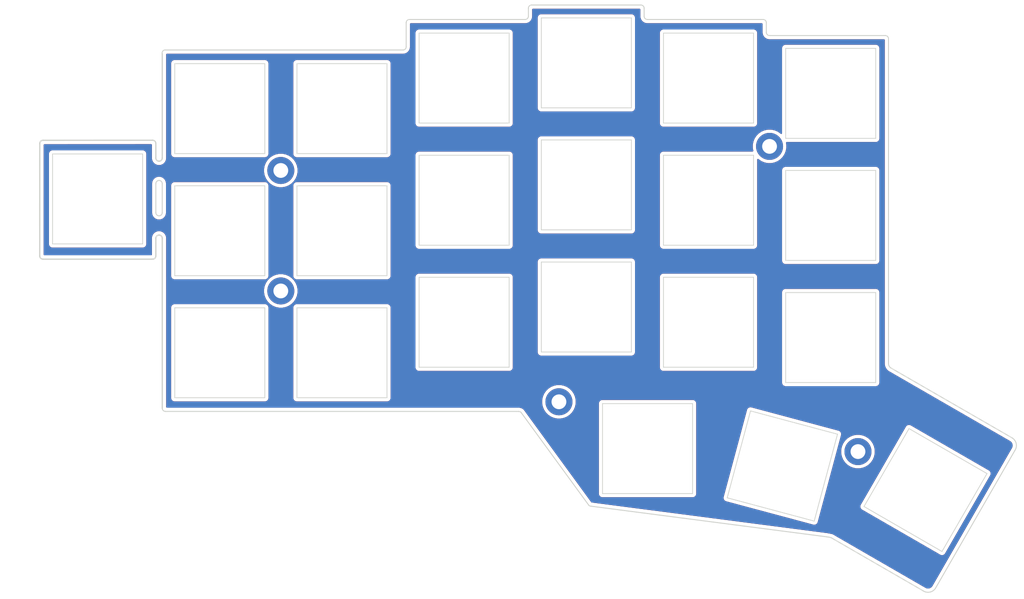
<source format=kicad_pcb>
(kicad_pcb (version 20171130) (host pcbnew "(5.1.10)-1")

  (general
    (thickness 1.6)
    (drawings 55)
    (tracks 0)
    (zones 0)
    (modules 27)
    (nets 1)
  )

  (page A4)
  (title_block
    (title "Corne Top Plate")
    (date 2018-12-09)
    (rev 2.1)
    (company foostan)
  )

  (layers
    (0 F.Cu signal)
    (31 B.Cu signal)
    (32 B.Adhes user hide)
    (33 F.Adhes user hide)
    (34 B.Paste user hide)
    (35 F.Paste user hide)
    (36 B.SilkS user)
    (37 F.SilkS user)
    (38 B.Mask user hide)
    (39 F.Mask user)
    (40 Dwgs.User user)
    (41 Cmts.User user)
    (42 Eco1.User user)
    (43 Eco2.User user)
    (44 Edge.Cuts user)
    (45 Margin user)
    (46 B.CrtYd user)
    (47 F.CrtYd user)
    (48 B.Fab user)
    (49 F.Fab user)
  )

  (setup
    (last_trace_width 0.25)
    (user_trace_width 0.2)
    (user_trace_width 0.5)
    (trace_clearance 0.2)
    (zone_clearance 0.508)
    (zone_45_only no)
    (trace_min 0.2)
    (via_size 0.6)
    (via_drill 0.4)
    (via_min_size 0.4)
    (via_min_drill 0.3)
    (uvia_size 0.3)
    (uvia_drill 0.1)
    (uvias_allowed no)
    (uvia_min_size 0.2)
    (uvia_min_drill 0.1)
    (edge_width 0.15)
    (segment_width 0.1)
    (pcb_text_width 0.3)
    (pcb_text_size 1.5 1.5)
    (mod_edge_width 0.15)
    (mod_text_size 1 1)
    (mod_text_width 0.15)
    (pad_size 4 4)
    (pad_drill 2.2)
    (pad_to_mask_clearance 0.2)
    (aux_axis_origin 174 65.7)
    (grid_origin 70.01 77.125)
    (visible_elements 7FFFFFFF)
    (pcbplotparams
      (layerselection 0x010f0_ffffffff)
      (usegerberextensions true)
      (usegerberattributes false)
      (usegerberadvancedattributes false)
      (creategerberjobfile false)
      (excludeedgelayer true)
      (linewidth 0.100000)
      (plotframeref false)
      (viasonmask false)
      (mode 1)
      (useauxorigin false)
      (hpglpennumber 1)
      (hpglpenspeed 20)
      (hpglpendiameter 15.000000)
      (psnegative false)
      (psa4output false)
      (plotreference true)
      (plotvalue true)
      (plotinvisibletext false)
      (padsonsilk false)
      (subtractmaskfromsilk false)
      (outputformat 1)
      (mirror false)
      (drillshape 0)
      (scaleselection 1)
      (outputdirectory "../../../gerbers/"))
  )

  (net 0 "")

  (net_class Default "これは標準のネット クラスです。"
    (clearance 0.2)
    (trace_width 0.25)
    (via_dia 0.6)
    (via_drill 0.4)
    (uvia_dia 0.3)
    (uvia_drill 0.1)
  )

  (module kbd:SW_Hole (layer F.Cu) (tedit 5F1B7F65) (tstamp 60CF949F)
    (at 53.55628 97.53298)
    (fp_text reference SW2 (at 7 8.1) (layer F.SilkS) hide
      (effects (font (size 1 1) (thickness 0.15)))
    )
    (fp_text value KEY_SWITCH (at -7.4 -8.1) (layer F.Fab) hide
      (effects (font (size 1 1) (thickness 0.15)))
    )
    (fp_line (start 9.525 9.525) (end 9.525 -9.525) (layer F.Fab) (width 0.15))
    (fp_line (start -9.525 9.525) (end 9.525 9.525) (layer F.Fab) (width 0.15))
    (fp_line (start -9.525 -9.525) (end -9.525 9.525) (layer F.Fab) (width 0.15))
    (fp_line (start 9.525 -9.525) (end -9.525 -9.525) (layer F.Fab) (width 0.15))
    (fp_line (start -7 -7) (end -7 7) (layer Edge.Cuts) (width 0.12))
    (fp_line (start -7 7) (end 7 7) (layer Edge.Cuts) (width 0.12))
    (fp_line (start 7 7) (end 7 -7) (layer Edge.Cuts) (width 0.12))
    (fp_line (start 7 -7) (end -7 -7) (layer Edge.Cuts) (width 0.12))
  )

  (module kbd:SW_Hole (layer F.Cu) (tedit 5F1B7F65) (tstamp 5DC20BEA)
    (at 182.29 142.835 330)
    (fp_text reference SW2 (at 7 8.1 150) (layer F.SilkS) hide
      (effects (font (size 1 1) (thickness 0.15)))
    )
    (fp_text value KEY_SWITCH (at -7.4 -8.1 150) (layer F.Fab) hide
      (effects (font (size 1 1) (thickness 0.15)))
    )
    (fp_line (start 9.525 9.525) (end 9.525 -9.525) (layer F.Fab) (width 0.15))
    (fp_line (start -9.525 9.525) (end 9.525 9.525) (layer F.Fab) (width 0.15))
    (fp_line (start -9.525 -9.525) (end -9.525 9.525) (layer F.Fab) (width 0.15))
    (fp_line (start 9.525 -9.525) (end -9.525 -9.525) (layer F.Fab) (width 0.15))
    (fp_line (start -7 -7) (end -7 7) (layer Edge.Cuts) (width 0.12))
    (fp_line (start -7 7) (end 7 7) (layer Edge.Cuts) (width 0.12))
    (fp_line (start 7 7) (end 7 -7) (layer Edge.Cuts) (width 0.12))
    (fp_line (start 7 -7) (end -7 -7) (layer Edge.Cuts) (width 0.12))
  )

  (module kbd:SW_Hole (layer F.Cu) (tedit 5F1B7F65) (tstamp 5DC20BC9)
    (at 160.032 139.094 345)
    (fp_text reference SW2 (at 7.000001 8.1 165) (layer F.SilkS) hide
      (effects (font (size 1 1) (thickness 0.15)))
    )
    (fp_text value KEY_SWITCH (at -7.4 -8.1 165) (layer F.Fab) hide
      (effects (font (size 1 1) (thickness 0.15)))
    )
    (fp_line (start 9.525 9.525) (end 9.525 -9.525) (layer F.Fab) (width 0.15))
    (fp_line (start -9.525 9.525) (end 9.525 9.525) (layer F.Fab) (width 0.15))
    (fp_line (start -9.525 -9.525) (end -9.525 9.525) (layer F.Fab) (width 0.15))
    (fp_line (start 9.525 -9.525) (end -9.525 -9.525) (layer F.Fab) (width 0.15))
    (fp_line (start -7 -7) (end -7 7) (layer Edge.Cuts) (width 0.12))
    (fp_line (start -7 7) (end 7 7) (layer Edge.Cuts) (width 0.12))
    (fp_line (start 7 7) (end 7 -7) (layer Edge.Cuts) (width 0.12))
    (fp_line (start 7 -7) (end -7 -7) (layer Edge.Cuts) (width 0.12))
  )

  (module kbd:SW_Hole (layer F.Cu) (tedit 5F1B7F65) (tstamp 5DC20B59)
    (at 139.07 136.385)
    (fp_text reference SW2 (at 7 8.1) (layer F.SilkS) hide
      (effects (font (size 1 1) (thickness 0.15)))
    )
    (fp_text value KEY_SWITCH (at -7.4 -8.1) (layer F.Fab) hide
      (effects (font (size 1 1) (thickness 0.15)))
    )
    (fp_line (start 9.525 9.525) (end 9.525 -9.525) (layer F.Fab) (width 0.15))
    (fp_line (start -9.525 9.525) (end 9.525 9.525) (layer F.Fab) (width 0.15))
    (fp_line (start -9.525 -9.525) (end -9.525 9.525) (layer F.Fab) (width 0.15))
    (fp_line (start 9.525 -9.525) (end -9.525 -9.525) (layer F.Fab) (width 0.15))
    (fp_line (start -7 -7) (end -7 7) (layer Edge.Cuts) (width 0.12))
    (fp_line (start -7 7) (end 7 7) (layer Edge.Cuts) (width 0.12))
    (fp_line (start 7 7) (end 7 -7) (layer Edge.Cuts) (width 0.12))
    (fp_line (start 7 -7) (end -7 -7) (layer Edge.Cuts) (width 0.12))
  )

  (module kbd:SW_Hole (layer F.Cu) (tedit 5F1B7F65) (tstamp 5DC20AAA)
    (at 167.55 119.1)
    (fp_text reference SW2 (at 7 8.1) (layer F.SilkS) hide
      (effects (font (size 1 1) (thickness 0.15)))
    )
    (fp_text value KEY_SWITCH (at -7.4 -8.1) (layer F.Fab) hide
      (effects (font (size 1 1) (thickness 0.15)))
    )
    (fp_line (start 9.525 9.525) (end 9.525 -9.525) (layer F.Fab) (width 0.15))
    (fp_line (start -9.525 9.525) (end 9.525 9.525) (layer F.Fab) (width 0.15))
    (fp_line (start -9.525 -9.525) (end -9.525 9.525) (layer F.Fab) (width 0.15))
    (fp_line (start 9.525 -9.525) (end -9.525 -9.525) (layer F.Fab) (width 0.15))
    (fp_line (start -7 -7) (end -7 7) (layer Edge.Cuts) (width 0.12))
    (fp_line (start -7 7) (end 7 7) (layer Edge.Cuts) (width 0.12))
    (fp_line (start 7 7) (end 7 -7) (layer Edge.Cuts) (width 0.12))
    (fp_line (start 7 -7) (end -7 -7) (layer Edge.Cuts) (width 0.12))
  )

  (module kbd:SW_Hole (layer F.Cu) (tedit 5F1B7F65) (tstamp 5DC20A9F)
    (at 167.55 81.1)
    (fp_text reference SW2 (at 7 8.1) (layer F.SilkS) hide
      (effects (font (size 1 1) (thickness 0.15)))
    )
    (fp_text value KEY_SWITCH (at -7.4 -8.1) (layer F.Fab) hide
      (effects (font (size 1 1) (thickness 0.15)))
    )
    (fp_line (start 9.525 9.525) (end 9.525 -9.525) (layer F.Fab) (width 0.15))
    (fp_line (start -9.525 9.525) (end 9.525 9.525) (layer F.Fab) (width 0.15))
    (fp_line (start -9.525 -9.525) (end -9.525 9.525) (layer F.Fab) (width 0.15))
    (fp_line (start 9.525 -9.525) (end -9.525 -9.525) (layer F.Fab) (width 0.15))
    (fp_line (start -7 -7) (end -7 7) (layer Edge.Cuts) (width 0.12))
    (fp_line (start -7 7) (end 7 7) (layer Edge.Cuts) (width 0.12))
    (fp_line (start 7 7) (end 7 -7) (layer Edge.Cuts) (width 0.12))
    (fp_line (start 7 -7) (end -7 -7) (layer Edge.Cuts) (width 0.12))
  )

  (module kbd:SW_Hole (layer F.Cu) (tedit 5F1B7F65) (tstamp 5DC20A94)
    (at 167.55 100.1)
    (fp_text reference SW2 (at 7 8.1) (layer F.SilkS) hide
      (effects (font (size 1 1) (thickness 0.15)))
    )
    (fp_text value KEY_SWITCH (at -7.4 -8.1) (layer F.Fab) hide
      (effects (font (size 1 1) (thickness 0.15)))
    )
    (fp_line (start 9.525 9.525) (end 9.525 -9.525) (layer F.Fab) (width 0.15))
    (fp_line (start -9.525 9.525) (end 9.525 9.525) (layer F.Fab) (width 0.15))
    (fp_line (start -9.525 -9.525) (end -9.525 9.525) (layer F.Fab) (width 0.15))
    (fp_line (start 9.525 -9.525) (end -9.525 -9.525) (layer F.Fab) (width 0.15))
    (fp_line (start -7 -7) (end -7 7) (layer Edge.Cuts) (width 0.12))
    (fp_line (start -7 7) (end 7 7) (layer Edge.Cuts) (width 0.12))
    (fp_line (start 7 7) (end 7 -7) (layer Edge.Cuts) (width 0.12))
    (fp_line (start 7 -7) (end -7 -7) (layer Edge.Cuts) (width 0.12))
  )

  (module kbd:SW_Hole (layer F.Cu) (tedit 5F1B7F65) (tstamp 5DC20A68)
    (at 148.55 97.725)
    (fp_text reference SW2 (at 7 8.1) (layer F.SilkS) hide
      (effects (font (size 1 1) (thickness 0.15)))
    )
    (fp_text value KEY_SWITCH (at -7.4 -8.1) (layer F.Fab) hide
      (effects (font (size 1 1) (thickness 0.15)))
    )
    (fp_line (start 9.525 9.525) (end 9.525 -9.525) (layer F.Fab) (width 0.15))
    (fp_line (start -9.525 9.525) (end 9.525 9.525) (layer F.Fab) (width 0.15))
    (fp_line (start -9.525 -9.525) (end -9.525 9.525) (layer F.Fab) (width 0.15))
    (fp_line (start 9.525 -9.525) (end -9.525 -9.525) (layer F.Fab) (width 0.15))
    (fp_line (start -7 -7) (end -7 7) (layer Edge.Cuts) (width 0.12))
    (fp_line (start -7 7) (end 7 7) (layer Edge.Cuts) (width 0.12))
    (fp_line (start 7 7) (end 7 -7) (layer Edge.Cuts) (width 0.12))
    (fp_line (start 7 -7) (end -7 -7) (layer Edge.Cuts) (width 0.12))
  )

  (module kbd:SW_Hole (layer F.Cu) (tedit 5F1B7F65) (tstamp 5DC20A5D)
    (at 148.55 78.725)
    (fp_text reference SW2 (at 7 8.1) (layer F.SilkS) hide
      (effects (font (size 1 1) (thickness 0.15)))
    )
    (fp_text value KEY_SWITCH (at -7.4 -8.1) (layer F.Fab) hide
      (effects (font (size 1 1) (thickness 0.15)))
    )
    (fp_line (start 9.525 9.525) (end 9.525 -9.525) (layer F.Fab) (width 0.15))
    (fp_line (start -9.525 9.525) (end 9.525 9.525) (layer F.Fab) (width 0.15))
    (fp_line (start -9.525 -9.525) (end -9.525 9.525) (layer F.Fab) (width 0.15))
    (fp_line (start 9.525 -9.525) (end -9.525 -9.525) (layer F.Fab) (width 0.15))
    (fp_line (start -7 -7) (end -7 7) (layer Edge.Cuts) (width 0.12))
    (fp_line (start -7 7) (end 7 7) (layer Edge.Cuts) (width 0.12))
    (fp_line (start 7 7) (end 7 -7) (layer Edge.Cuts) (width 0.12))
    (fp_line (start 7 -7) (end -7 -7) (layer Edge.Cuts) (width 0.12))
  )

  (module kbd:SW_Hole (layer F.Cu) (tedit 5F1B7F65) (tstamp 5DC20A52)
    (at 148.55 116.725)
    (fp_text reference SW2 (at 7 8.1) (layer F.SilkS) hide
      (effects (font (size 1 1) (thickness 0.15)))
    )
    (fp_text value KEY_SWITCH (at -7.4 -8.1) (layer F.Fab) hide
      (effects (font (size 1 1) (thickness 0.15)))
    )
    (fp_line (start 9.525 9.525) (end 9.525 -9.525) (layer F.Fab) (width 0.15))
    (fp_line (start -9.525 9.525) (end 9.525 9.525) (layer F.Fab) (width 0.15))
    (fp_line (start -9.525 -9.525) (end -9.525 9.525) (layer F.Fab) (width 0.15))
    (fp_line (start 9.525 -9.525) (end -9.525 -9.525) (layer F.Fab) (width 0.15))
    (fp_line (start -7 -7) (end -7 7) (layer Edge.Cuts) (width 0.12))
    (fp_line (start -7 7) (end 7 7) (layer Edge.Cuts) (width 0.12))
    (fp_line (start 7 7) (end 7 -7) (layer Edge.Cuts) (width 0.12))
    (fp_line (start 7 -7) (end -7 -7) (layer Edge.Cuts) (width 0.12))
  )

  (module kbd:SW_Hole (layer F.Cu) (tedit 5F1B7F65) (tstamp 5DC20A26)
    (at 129.55 95.35)
    (fp_text reference SW2 (at 7 8.1) (layer F.SilkS) hide
      (effects (font (size 1 1) (thickness 0.15)))
    )
    (fp_text value KEY_SWITCH (at -7.4 -8.1) (layer F.Fab) hide
      (effects (font (size 1 1) (thickness 0.15)))
    )
    (fp_line (start 9.525 9.525) (end 9.525 -9.525) (layer F.Fab) (width 0.15))
    (fp_line (start -9.525 9.525) (end 9.525 9.525) (layer F.Fab) (width 0.15))
    (fp_line (start -9.525 -9.525) (end -9.525 9.525) (layer F.Fab) (width 0.15))
    (fp_line (start 9.525 -9.525) (end -9.525 -9.525) (layer F.Fab) (width 0.15))
    (fp_line (start -7 -7) (end -7 7) (layer Edge.Cuts) (width 0.12))
    (fp_line (start -7 7) (end 7 7) (layer Edge.Cuts) (width 0.12))
    (fp_line (start 7 7) (end 7 -7) (layer Edge.Cuts) (width 0.12))
    (fp_line (start 7 -7) (end -7 -7) (layer Edge.Cuts) (width 0.12))
  )

  (module kbd:SW_Hole (layer F.Cu) (tedit 5F1B7F65) (tstamp 5DC20A1B)
    (at 129.55 114.35)
    (fp_text reference SW2 (at 7 8.1) (layer F.SilkS) hide
      (effects (font (size 1 1) (thickness 0.15)))
    )
    (fp_text value KEY_SWITCH (at -7.4 -8.1) (layer F.Fab) hide
      (effects (font (size 1 1) (thickness 0.15)))
    )
    (fp_line (start 9.525 9.525) (end 9.525 -9.525) (layer F.Fab) (width 0.15))
    (fp_line (start -9.525 9.525) (end 9.525 9.525) (layer F.Fab) (width 0.15))
    (fp_line (start -9.525 -9.525) (end -9.525 9.525) (layer F.Fab) (width 0.15))
    (fp_line (start 9.525 -9.525) (end -9.525 -9.525) (layer F.Fab) (width 0.15))
    (fp_line (start -7 -7) (end -7 7) (layer Edge.Cuts) (width 0.12))
    (fp_line (start -7 7) (end 7 7) (layer Edge.Cuts) (width 0.12))
    (fp_line (start 7 7) (end 7 -7) (layer Edge.Cuts) (width 0.12))
    (fp_line (start 7 -7) (end -7 -7) (layer Edge.Cuts) (width 0.12))
  )

  (module kbd:SW_Hole (layer F.Cu) (tedit 5F1B7F65) (tstamp 5DC20A10)
    (at 129.55 76.35)
    (fp_text reference SW2 (at 7 8.1) (layer F.SilkS) hide
      (effects (font (size 1 1) (thickness 0.15)))
    )
    (fp_text value KEY_SWITCH (at -7.4 -8.1) (layer F.Fab) hide
      (effects (font (size 1 1) (thickness 0.15)))
    )
    (fp_line (start 9.525 9.525) (end 9.525 -9.525) (layer F.Fab) (width 0.15))
    (fp_line (start -9.525 9.525) (end 9.525 9.525) (layer F.Fab) (width 0.15))
    (fp_line (start -9.525 -9.525) (end -9.525 9.525) (layer F.Fab) (width 0.15))
    (fp_line (start 9.525 -9.525) (end -9.525 -9.525) (layer F.Fab) (width 0.15))
    (fp_line (start -7 -7) (end -7 7) (layer Edge.Cuts) (width 0.12))
    (fp_line (start -7 7) (end 7 7) (layer Edge.Cuts) (width 0.12))
    (fp_line (start 7 7) (end 7 -7) (layer Edge.Cuts) (width 0.12))
    (fp_line (start 7 -7) (end -7 -7) (layer Edge.Cuts) (width 0.12))
  )

  (module kbd:SW_Hole (layer F.Cu) (tedit 5F1B7F65) (tstamp 5DC209E4)
    (at 110.55 97.725)
    (fp_text reference SW2 (at 7 8.1) (layer F.SilkS) hide
      (effects (font (size 1 1) (thickness 0.15)))
    )
    (fp_text value KEY_SWITCH (at -7.4 -8.1) (layer F.Fab) hide
      (effects (font (size 1 1) (thickness 0.15)))
    )
    (fp_line (start 9.525 9.525) (end 9.525 -9.525) (layer F.Fab) (width 0.15))
    (fp_line (start -9.525 9.525) (end 9.525 9.525) (layer F.Fab) (width 0.15))
    (fp_line (start -9.525 -9.525) (end -9.525 9.525) (layer F.Fab) (width 0.15))
    (fp_line (start 9.525 -9.525) (end -9.525 -9.525) (layer F.Fab) (width 0.15))
    (fp_line (start -7 -7) (end -7 7) (layer Edge.Cuts) (width 0.12))
    (fp_line (start -7 7) (end 7 7) (layer Edge.Cuts) (width 0.12))
    (fp_line (start 7 7) (end 7 -7) (layer Edge.Cuts) (width 0.12))
    (fp_line (start 7 -7) (end -7 -7) (layer Edge.Cuts) (width 0.12))
  )

  (module kbd:SW_Hole (layer F.Cu) (tedit 5F1B7F65) (tstamp 5DC209D9)
    (at 110.55 116.725)
    (fp_text reference SW2 (at 7 8.1) (layer F.SilkS) hide
      (effects (font (size 1 1) (thickness 0.15)))
    )
    (fp_text value KEY_SWITCH (at -7.4 -8.1) (layer F.Fab) hide
      (effects (font (size 1 1) (thickness 0.15)))
    )
    (fp_line (start 9.525 9.525) (end 9.525 -9.525) (layer F.Fab) (width 0.15))
    (fp_line (start -9.525 9.525) (end 9.525 9.525) (layer F.Fab) (width 0.15))
    (fp_line (start -9.525 -9.525) (end -9.525 9.525) (layer F.Fab) (width 0.15))
    (fp_line (start 9.525 -9.525) (end -9.525 -9.525) (layer F.Fab) (width 0.15))
    (fp_line (start -7 -7) (end -7 7) (layer Edge.Cuts) (width 0.12))
    (fp_line (start -7 7) (end 7 7) (layer Edge.Cuts) (width 0.12))
    (fp_line (start 7 7) (end 7 -7) (layer Edge.Cuts) (width 0.12))
    (fp_line (start 7 -7) (end -7 -7) (layer Edge.Cuts) (width 0.12))
  )

  (module kbd:SW_Hole (layer F.Cu) (tedit 5F1B7F65) (tstamp 5DC209CE)
    (at 110.55 78.725)
    (fp_text reference SW2 (at 7 8.1) (layer F.SilkS) hide
      (effects (font (size 1 1) (thickness 0.15)))
    )
    (fp_text value KEY_SWITCH (at -7.4 -8.1) (layer F.Fab) hide
      (effects (font (size 1 1) (thickness 0.15)))
    )
    (fp_line (start 9.525 9.525) (end 9.525 -9.525) (layer F.Fab) (width 0.15))
    (fp_line (start -9.525 9.525) (end 9.525 9.525) (layer F.Fab) (width 0.15))
    (fp_line (start -9.525 -9.525) (end -9.525 9.525) (layer F.Fab) (width 0.15))
    (fp_line (start 9.525 -9.525) (end -9.525 -9.525) (layer F.Fab) (width 0.15))
    (fp_line (start -7 -7) (end -7 7) (layer Edge.Cuts) (width 0.12))
    (fp_line (start -7 7) (end 7 7) (layer Edge.Cuts) (width 0.12))
    (fp_line (start 7 7) (end 7 -7) (layer Edge.Cuts) (width 0.12))
    (fp_line (start 7 -7) (end -7 -7) (layer Edge.Cuts) (width 0.12))
  )

  (module kbd:SW_Hole (layer F.Cu) (tedit 5F1B7F65) (tstamp 5DC2068E)
    (at 91.55 102.475)
    (fp_text reference SW2 (at 7 8.1) (layer F.SilkS) hide
      (effects (font (size 1 1) (thickness 0.15)))
    )
    (fp_text value KEY_SWITCH (at -7.4 -8.1) (layer F.Fab) hide
      (effects (font (size 1 1) (thickness 0.15)))
    )
    (fp_line (start 9.525 9.525) (end 9.525 -9.525) (layer F.Fab) (width 0.15))
    (fp_line (start -9.525 9.525) (end 9.525 9.525) (layer F.Fab) (width 0.15))
    (fp_line (start -9.525 -9.525) (end -9.525 9.525) (layer F.Fab) (width 0.15))
    (fp_line (start 9.525 -9.525) (end -9.525 -9.525) (layer F.Fab) (width 0.15))
    (fp_line (start -7 -7) (end -7 7) (layer Edge.Cuts) (width 0.12))
    (fp_line (start -7 7) (end 7 7) (layer Edge.Cuts) (width 0.12))
    (fp_line (start 7 7) (end 7 -7) (layer Edge.Cuts) (width 0.12))
    (fp_line (start 7 -7) (end -7 -7) (layer Edge.Cuts) (width 0.12))
  )

  (module kbd:SW_Hole (layer F.Cu) (tedit 5F1B7F65) (tstamp 5DC20683)
    (at 91.55 121.475)
    (fp_text reference SW2 (at 7 8.1) (layer F.SilkS) hide
      (effects (font (size 1 1) (thickness 0.15)))
    )
    (fp_text value KEY_SWITCH (at -7.4 -8.1) (layer F.Fab) hide
      (effects (font (size 1 1) (thickness 0.15)))
    )
    (fp_line (start 9.525 9.525) (end 9.525 -9.525) (layer F.Fab) (width 0.15))
    (fp_line (start -9.525 9.525) (end 9.525 9.525) (layer F.Fab) (width 0.15))
    (fp_line (start -9.525 -9.525) (end -9.525 9.525) (layer F.Fab) (width 0.15))
    (fp_line (start 9.525 -9.525) (end -9.525 -9.525) (layer F.Fab) (width 0.15))
    (fp_line (start -7 -7) (end -7 7) (layer Edge.Cuts) (width 0.12))
    (fp_line (start -7 7) (end 7 7) (layer Edge.Cuts) (width 0.12))
    (fp_line (start 7 7) (end 7 -7) (layer Edge.Cuts) (width 0.12))
    (fp_line (start 7 -7) (end -7 -7) (layer Edge.Cuts) (width 0.12))
  )

  (module kbd:SW_Hole (layer F.Cu) (tedit 5F1B7F65) (tstamp 5DC20678)
    (at 91.55 83.475)
    (fp_text reference SW2 (at 7 8.1) (layer F.SilkS) hide
      (effects (font (size 1 1) (thickness 0.15)))
    )
    (fp_text value KEY_SWITCH (at -7.4 -8.1) (layer F.Fab) hide
      (effects (font (size 1 1) (thickness 0.15)))
    )
    (fp_line (start 9.525 9.525) (end 9.525 -9.525) (layer F.Fab) (width 0.15))
    (fp_line (start -9.525 9.525) (end 9.525 9.525) (layer F.Fab) (width 0.15))
    (fp_line (start -9.525 -9.525) (end -9.525 9.525) (layer F.Fab) (width 0.15))
    (fp_line (start 9.525 -9.525) (end -9.525 -9.525) (layer F.Fab) (width 0.15))
    (fp_line (start -7 -7) (end -7 7) (layer Edge.Cuts) (width 0.12))
    (fp_line (start -7 7) (end 7 7) (layer Edge.Cuts) (width 0.12))
    (fp_line (start 7 7) (end 7 -7) (layer Edge.Cuts) (width 0.12))
    (fp_line (start 7 -7) (end -7 -7) (layer Edge.Cuts) (width 0.12))
  )

  (module kbd:SW_Hole (layer F.Cu) (tedit 5F1B7F65) (tstamp 5DC2064A)
    (at 72.55 121.475)
    (fp_text reference SW2 (at 7 8.1) (layer F.SilkS) hide
      (effects (font (size 1 1) (thickness 0.15)))
    )
    (fp_text value KEY_SWITCH (at -7.4 -8.1) (layer F.Fab) hide
      (effects (font (size 1 1) (thickness 0.15)))
    )
    (fp_line (start 9.525 9.525) (end 9.525 -9.525) (layer F.Fab) (width 0.15))
    (fp_line (start -9.525 9.525) (end 9.525 9.525) (layer F.Fab) (width 0.15))
    (fp_line (start -9.525 -9.525) (end -9.525 9.525) (layer F.Fab) (width 0.15))
    (fp_line (start 9.525 -9.525) (end -9.525 -9.525) (layer F.Fab) (width 0.15))
    (fp_line (start -7 -7) (end -7 7) (layer Edge.Cuts) (width 0.12))
    (fp_line (start -7 7) (end 7 7) (layer Edge.Cuts) (width 0.12))
    (fp_line (start 7 7) (end 7 -7) (layer Edge.Cuts) (width 0.12))
    (fp_line (start 7 -7) (end -7 -7) (layer Edge.Cuts) (width 0.12))
  )

  (module kbd:SW_Hole (layer F.Cu) (tedit 5F1B7F65) (tstamp 5DC20634)
    (at 72.55 102.475)
    (fp_text reference SW2 (at 7 8.1) (layer F.SilkS) hide
      (effects (font (size 1 1) (thickness 0.15)))
    )
    (fp_text value KEY_SWITCH (at -7.4 -8.1) (layer F.Fab) hide
      (effects (font (size 1 1) (thickness 0.15)))
    )
    (fp_line (start 9.525 9.525) (end 9.525 -9.525) (layer F.Fab) (width 0.15))
    (fp_line (start -9.525 9.525) (end 9.525 9.525) (layer F.Fab) (width 0.15))
    (fp_line (start -9.525 -9.525) (end -9.525 9.525) (layer F.Fab) (width 0.15))
    (fp_line (start 9.525 -9.525) (end -9.525 -9.525) (layer F.Fab) (width 0.15))
    (fp_line (start -7 -7) (end -7 7) (layer Edge.Cuts) (width 0.12))
    (fp_line (start -7 7) (end 7 7) (layer Edge.Cuts) (width 0.12))
    (fp_line (start 7 7) (end 7 -7) (layer Edge.Cuts) (width 0.12))
    (fp_line (start 7 -7) (end -7 -7) (layer Edge.Cuts) (width 0.12))
  )

  (module kbd:SW_Hole (layer F.Cu) (tedit 5F1B7F65) (tstamp 5DC20052)
    (at 72.55 83.475)
    (fp_text reference SW2 (at 7 8.1) (layer F.SilkS) hide
      (effects (font (size 1 1) (thickness 0.15)))
    )
    (fp_text value KEY_SWITCH (at -7.4 -8.1) (layer F.Fab) hide
      (effects (font (size 1 1) (thickness 0.15)))
    )
    (fp_line (start 9.525 9.525) (end 9.525 -9.525) (layer F.Fab) (width 0.15))
    (fp_line (start -9.525 9.525) (end 9.525 9.525) (layer F.Fab) (width 0.15))
    (fp_line (start -9.525 -9.525) (end -9.525 9.525) (layer F.Fab) (width 0.15))
    (fp_line (start 9.525 -9.525) (end -9.525 -9.525) (layer F.Fab) (width 0.15))
    (fp_line (start -7 -7) (end -7 7) (layer Edge.Cuts) (width 0.12))
    (fp_line (start -7 7) (end 7 7) (layer Edge.Cuts) (width 0.12))
    (fp_line (start 7 7) (end 7 -7) (layer Edge.Cuts) (width 0.12))
    (fp_line (start 7 -7) (end -7 -7) (layer Edge.Cuts) (width 0.12))
  )

  (module kbd:M2_Hole_TH (layer F.Cu) (tedit 5F7666C1) (tstamp 5AAA7D53)
    (at 171.79 136.85)
    (fp_text reference "" (at 0 -3.2) (layer F.SilkS)
      (effects (font (size 1 1) (thickness 0.15)))
    )
    (fp_text value "" (at 0 3.2) (layer F.Fab)
      (effects (font (size 1 1) (thickness 0.15)))
    )
    (fp_text user %R (at 0.3 0) (layer F.Fab)
      (effects (font (size 1 1) (thickness 0.15)))
    )
    (pad "" thru_hole circle (at 0 0) (size 4.2 4.2) (drill 2.3) (layers *.Cu *.Mask))
  )

  (module kbd:M2_Hole_TH (layer F.Cu) (tedit 5F7666C1) (tstamp 5AAA5A9F)
    (at 82.04 111.85)
    (fp_text reference "" (at 0 -3.2) (layer F.SilkS)
      (effects (font (size 1 1) (thickness 0.15)))
    )
    (fp_text value "" (at 0 3.2) (layer F.Fab)
      (effects (font (size 1 1) (thickness 0.15)))
    )
    (fp_text user %R (at 0.3 0) (layer F.Fab)
      (effects (font (size 1 1) (thickness 0.15)))
    )
    (pad "" thru_hole circle (at 0 0) (size 4.2 4.2) (drill 2.3) (layers *.Cu *.Mask))
  )

  (module kbd:M2_Hole_TH (layer F.Cu) (tedit 5F7666C1) (tstamp 5AAA7C39)
    (at 158.04 89.35)
    (fp_text reference "" (at 0 -3.2) (layer F.SilkS)
      (effects (font (size 1 1) (thickness 0.15)))
    )
    (fp_text value "" (at 0 3.2) (layer F.Fab)
      (effects (font (size 1 1) (thickness 0.15)))
    )
    (fp_text user %R (at 0.3 0) (layer F.Fab)
      (effects (font (size 1 1) (thickness 0.15)))
    )
    (pad "" thru_hole circle (at 0 0) (size 4.2 4.2) (drill 2.3) (layers *.Cu *.Mask))
  )

  (module kbd:M2_Hole_TH (layer F.Cu) (tedit 5F7666C1) (tstamp 5AAA5A7C)
    (at 82.04 93.1)
    (fp_text reference "" (at 0 -3.2) (layer F.SilkS)
      (effects (font (size 1 1) (thickness 0.15)))
    )
    (fp_text value "" (at 0 3.2) (layer F.Fab)
      (effects (font (size 1 1) (thickness 0.15)))
    )
    (fp_text user %R (at 0.3 0) (layer F.Fab)
      (effects (font (size 1 1) (thickness 0.15)))
    )
    (pad "" thru_hole circle (at 0 0) (size 4.2 4.2) (drill 2.3) (layers *.Cu *.Mask))
  )

  (module kbd:M2_Hole_TH (layer F.Cu) (tedit 5F7666C1) (tstamp 5AAA7C4A)
    (at 125.29 129.1)
    (fp_text reference "" (at 0 -3.2) (layer F.SilkS)
      (effects (font (size 1 1) (thickness 0.15)))
    )
    (fp_text value "" (at 0 3.2) (layer F.Fab)
      (effects (font (size 1 1) (thickness 0.15)))
    )
    (fp_text user %R (at 0.3 0) (layer F.Fab)
      (effects (font (size 1 1) (thickness 0.15)))
    )
    (pad "" thru_hole circle (at 0 0) (size 4.2 4.2) (drill 2.3) (layers *.Cu *.Mask))
  )

  (gr_arc (start 62.10628 88.89568) (end 62.10628 88.39568) (angle 90) (layer Edge.Cuts) (width 0.2) (tstamp 60CF8E75))
  (gr_line (start 45.05488 106.9042) (end 62.11098 106.9042) (layer Edge.Cuts) (width 0.2) (tstamp 60CF8E74))
  (gr_line (start 62.60628 99.65498) (end 62.60628 95.15498) (angle 90) (layer Edge.Cuts) (width 0.15) (tstamp 60CF8E73))
  (gr_line (start 63.60628 74.943119) (end 63.60628 91.15498) (layer Edge.Cuts) (width 0.2) (tstamp 60CF8E72))
  (gr_arc (start 63.10628 99.65498) (end 63.60628 99.65498) (angle 90) (layer Edge.Cuts) (width 0.15) (tstamp 60CF8E71))
  (gr_arc (start 63.10708 103.65498) (end 63.10708 103.15498) (angle 90) (layer Edge.Cuts) (width 0.2) (tstamp 60CF8E6F))
  (gr_line (start 63.60628 95.15498) (end 63.60628 99.65498) (angle 90) (layer Edge.Cuts) (width 0.15) (tstamp 60CF8E6E))
  (gr_arc (start 63.10628 95.15498) (end 63.10628 94.65498) (angle 90) (layer Edge.Cuts) (width 0.15) (tstamp 60CF8E6D))
  (gr_line (start 62.10628 88.39568) (end 45.05958 88.4042) (layer Edge.Cuts) (width 0.2) (tstamp 60CF8E6C))
  (gr_line (start 44.55958 88.9042) (end 44.55488 106.4042) (layer Edge.Cuts) (width 0.2) (tstamp 60CF8E6B))
  (gr_line (start 62.60628 91.15498) (end 62.60628 88.89568) (layer Edge.Cuts) (width 0.2) (tstamp 60CF8E6A))
  (gr_arc (start 45.05488 106.4042) (end 45.05488 106.9042) (angle 90) (layer Edge.Cuts) (width 0.2) (tstamp 60CF8E69))
  (gr_arc (start 62.11098 106.4042) (end 62.61098 106.4042) (angle 90) (layer Edge.Cuts) (width 0.2) (tstamp 60CF8E68))
  (gr_arc (start 45.05958 88.9042) (end 44.55958 88.9042) (angle 90) (layer Edge.Cuts) (width 0.2) (tstamp 60CF8E67))
  (gr_arc (start 63.10628 103.65498) (end 62.60628 103.65498) (angle 90) (layer Edge.Cuts) (width 0.2) (tstamp 60CF8E66))
  (gr_line (start 63.6092 130.1) (end 63.60708 103.65498) (layer Edge.Cuts) (width 0.2) (tstamp 60CF8E65))
  (gr_arc (start 63.10628 95.15498) (end 62.60628 95.15498) (angle 90) (layer Edge.Cuts) (width 0.15) (tstamp 60CF8E64))
  (gr_arc (start 63.10628 91.15498) (end 63.10628 91.65498) (angle 90) (layer Edge.Cuts) (width 0.2) (tstamp 60CF8E63))
  (gr_arc (start 63.10628 99.65498) (end 63.10628 100.15498) (angle 90) (layer Edge.Cuts) (width 0.15) (tstamp 60CF8E62))
  (gr_arc (start 63.10628 91.15498) (end 63.60628 91.15498) (angle 90) (layer Edge.Cuts) (width 0.2) (tstamp 60CF8E60))
  (gr_line (start 62.61098 106.4042) (end 62.60708 103.65498) (layer Edge.Cuts) (width 0.2) (tstamp 60CF8E5F))
  (dimension 92.487 (width 0.15) (layer Dwgs.User)
    (gr_text "92.487 mm" (at 42.04 112.8875 270) (layer Dwgs.User)
      (effects (font (size 1 1) (thickness 0.15)))
    )
    (feature1 (pts (xy 53.342 159.131) (xy 42.753579 159.131)))
    (feature2 (pts (xy 53.342 66.644) (xy 42.753579 66.644)))
    (crossbar (pts (xy 43.34 66.644) (xy 43.34 159.131)))
    (arrow1a (pts (xy 43.34 159.131) (xy 42.753579 158.004496)))
    (arrow1b (pts (xy 43.34 159.131) (xy 43.926421 158.004496)))
    (arrow2a (pts (xy 43.34 66.644) (xy 42.753579 67.770504)))
    (arrow2b (pts (xy 43.34 66.644) (xy 43.926421 67.770504)))
  )
  (gr_arc (start 177.387282 123.135192) (end 176.537282 123.160192) (angle -52.52752939) (layer Edge.Cuts) (width 0.15))
  (gr_arc (start 195.040001 135.900001) (end 196.19 136.675) (angle -90.22347501) (layer Edge.Cuts) (width 0.15) (tstamp 5B892EBC))
  (gr_line (start 195.810509 134.746988) (end 176.89 123.825) (layer Edge.Cuts) (width 0.15))
  (gr_arc (start 182.68425 157.360957) (end 181.909251 158.510956) (angle -90.22347501) (layer Edge.Cuts) (width 0.15))
  (gr_arc (start 166.627404 153.51844) (end 167.615 150.25) (angle -11.21335546) (layer Edge.Cuts) (width 0.15))
  (gr_line (start 183.837263 158.131465) (end 196.19 136.675) (layer Edge.Cuts) (width 0.15))
  (gr_line (start 167.615 150.25) (end 181.909251 158.510956) (layer Edge.Cuts) (width 0.15))
  (gr_line (start 130.29 145.35) (end 166.960556 150.120344) (layer Edge.Cuts) (width 0.15))
  (gr_arc (start 130.29 144.85) (end 130.29 145.35) (angle 45) (layer Edge.Cuts) (width 0.15))
  (gr_line (start 119.393553 130.746447) (end 129.936447 145.203553) (angle 90) (layer Edge.Cuts) (width 0.15))
  (gr_line (start 176.54 72.6) (end 176.537282 123.160192) (angle 90) (layer Edge.Cuts) (width 0.15))
  (gr_arc (start 176.04 72.6) (end 176.04 72.1) (angle 90) (layer Edge.Cuts) (width 0.15))
  (gr_arc (start 119.04 131.1) (end 119.04 130.6) (angle 45) (layer Edge.Cuts) (width 0.15))
  (gr_arc (start 64.1092 130.1) (end 64.1092 130.6) (angle 90) (layer Edge.Cuts) (width 0.15))
  (gr_arc (start 64.04 74.805139) (end 63.60628 74.943119) (angle 107.6475069) (layer Edge.Cuts) (width 0.15))
  (gr_arc (start 101.04 73.85) (end 101.54 73.85) (angle 90) (layer Edge.Cuts) (width 0.15))
  (gr_arc (start 102.04 70.1) (end 101.54 70.1) (angle 90) (layer Edge.Cuts) (width 0.15))
  (gr_arc (start 120.04 69.1) (end 120.54 69.1) (angle 90) (layer Edge.Cuts) (width 0.15))
  (gr_arc (start 121.04 67.85) (end 120.54 67.85) (angle 90) (layer Edge.Cuts) (width 0.15))
  (gr_arc (start 138.04 67.85) (end 138.04 67.35) (angle 90) (layer Edge.Cuts) (width 0.15))
  (gr_arc (start 139.04 69.1) (end 139.04 69.6) (angle 90) (layer Edge.Cuts) (width 0.15))
  (gr_arc (start 157.04 70.1) (end 157.04 69.6) (angle 90) (layer Edge.Cuts) (width 0.15))
  (gr_arc (start 158.04 71.6) (end 158.04 72.1) (angle 90) (layer Edge.Cuts) (width 0.15))
  (gr_line (start 119.04 130.6) (end 64.1092 130.6) (angle 90) (layer Edge.Cuts) (width 0.15))
  (gr_line (start 101.04 74.35) (end 64.04 74.35) (angle 90) (layer Edge.Cuts) (width 0.15))
  (gr_line (start 101.54 70.1) (end 101.54 73.85) (angle 90) (layer Edge.Cuts) (width 0.15))
  (gr_line (start 120.04 69.6) (end 102.04 69.6) (angle 90) (layer Edge.Cuts) (width 0.15))
  (gr_line (start 120.54 67.85) (end 120.54 69.1) (angle 90) (layer Edge.Cuts) (width 0.15))
  (gr_line (start 138.04 67.35) (end 121.04 67.35) (angle 90) (layer Edge.Cuts) (width 0.15))
  (gr_line (start 138.54 69.1) (end 138.54 67.85) (angle 90) (layer Edge.Cuts) (width 0.15))
  (gr_line (start 157.04 69.6) (end 139.04 69.6) (angle 90) (layer Edge.Cuts) (width 0.15))
  (gr_line (start 157.54 71.6) (end 157.54 70.1) (angle 90) (layer Edge.Cuts) (width 0.15))
  (gr_line (start 176.04 72.1) (end 158.04 72.1) (angle 90) (layer Edge.Cuts) (width 0.15))

  (zone (net 0) (net_name "") (layer B.Cu) (tstamp 60D0C1B0) (hatch edge 0.508)
    (connect_pads (clearance 0.508))
    (min_thickness 0.254)
    (fill yes (arc_segments 32) (thermal_gap 0.508) (thermal_bridge_width 0.508))
    (polygon
      (pts
        (xy 139.075 69.2) (xy 158.1 69.2) (xy 158.1 71.575) (xy 177.075 71.575) (xy 177.075 123.05)
        (xy 197.575 134.975) (xy 183.25 159.8) (xy 167.45 150.675) (xy 129.85 145.775) (xy 119.175 131)
        (xy 63.024959 131.037021) (xy 63.025 106.97) (xy 43.975 106.97) (xy 43.975 87.92) (xy 63.025 87.92)
        (xy 63.025028 73.982938) (xy 101.025 73.95) (xy 101.025 69.2) (xy 120.025 69.225) (xy 120.025 66.825)
        (xy 139.075 66.825)
      )
    )
    (filled_polygon
      (pts
        (xy 137.83 69.134876) (xy 137.832955 69.164876) (xy 137.832934 69.167839) (xy 137.833901 69.177705) (xy 137.838941 69.22566)
        (xy 137.840273 69.239183) (xy 137.84041 69.239634) (xy 137.844101 69.274754) (xy 137.857045 69.337811) (xy 137.869099 69.401001)
        (xy 137.871964 69.410491) (xy 137.90082 69.50371) (xy 137.925752 69.563021) (xy 137.949865 69.622702) (xy 137.954519 69.631454)
        (xy 138.000932 69.717292) (xy 138.036898 69.770612) (xy 138.072152 69.824486) (xy 138.078417 69.832168) (xy 138.140619 69.907357)
        (xy 138.186269 69.952689) (xy 138.231299 69.998673) (xy 138.238938 70.004992) (xy 138.314559 70.066668) (xy 138.368147 70.102272)
        (xy 138.421262 70.138641) (xy 138.429983 70.143356) (xy 138.516144 70.189168) (xy 138.575612 70.213679) (xy 138.63478 70.239038)
        (xy 138.644249 70.241969) (xy 138.737667 70.270174) (xy 138.800787 70.282672) (xy 138.863743 70.296054) (xy 138.873602 70.29709)
        (xy 138.970719 70.306612) (xy 138.970723 70.306612) (xy 139.005123 70.31) (xy 156.830001 70.31) (xy 156.83 71.634876)
        (xy 156.832955 71.664876) (xy 156.832934 71.667839) (xy 156.833901 71.677705) (xy 156.838941 71.72566) (xy 156.840273 71.739183)
        (xy 156.84041 71.739634) (xy 156.844101 71.774754) (xy 156.857045 71.837811) (xy 156.869099 71.901001) (xy 156.871964 71.910491)
        (xy 156.90082 72.00371) (xy 156.925752 72.063021) (xy 156.949865 72.122702) (xy 156.954519 72.131454) (xy 157.000932 72.217292)
        (xy 157.036898 72.270612) (xy 157.072152 72.324486) (xy 157.078417 72.332168) (xy 157.140619 72.407357) (xy 157.186269 72.452689)
        (xy 157.231299 72.498673) (xy 157.238938 72.504992) (xy 157.314559 72.566668) (xy 157.368147 72.602272) (xy 157.421262 72.638641)
        (xy 157.429983 72.643356) (xy 157.516144 72.689168) (xy 157.575612 72.713679) (xy 157.63478 72.739038) (xy 157.644249 72.741969)
        (xy 157.737667 72.770174) (xy 157.800787 72.782672) (xy 157.863743 72.796054) (xy 157.873602 72.79709) (xy 157.970719 72.806612)
        (xy 157.970723 72.806612) (xy 158.005123 72.81) (xy 175.829989 72.81) (xy 175.827281 123.19503) (xy 175.830608 123.22883)
        (xy 175.830609 123.228842) (xy 175.84169 123.342908) (xy 175.852058 123.395518) (xy 175.860093 123.448572) (xy 175.862594 123.458164)
        (xy 175.905582 123.618462) (xy 175.928239 123.6787) (xy 175.950049 123.739239) (xy 175.954366 123.748163) (xy 176.027671 123.897059)
        (xy 176.06157 123.951706) (xy 176.094746 124.006893) (xy 176.100714 124.014808) (xy 176.201543 124.14663) (xy 176.245431 124.193674)
        (xy 176.288676 124.241346) (xy 176.296067 124.247951) (xy 176.395081 124.335206) (xy 176.419638 124.361422) (xy 176.504838 124.422466)
        (xy 195.40523 135.332842) (xy 195.515751 135.423473) (xy 195.599245 135.524952) (xy 195.661444 135.640724) (xy 195.699969 135.766366)
        (xy 195.713357 135.897101) (xy 195.701097 136.027939) (xy 195.663655 136.153913) (xy 195.588378 136.296974) (xy 183.251149 157.726503)
        (xy 183.160779 157.836705) (xy 183.059299 157.920201) (xy 182.943527 157.9824) (xy 182.817885 158.020925) (xy 182.68715 158.034313)
        (xy 182.556312 158.022053) (xy 182.430338 157.984611) (xy 182.28629 157.908814) (xy 167.940066 149.617823) (xy 167.844615 149.574525)
        (xy 167.708424 149.542709) (xy 167.696734 149.542321) (xy 167.109638 149.426079) (xy 167.086731 149.420775) (xy 130.411366 144.649807)
        (xy 119.946664 130.299923) (xy 119.876904 130.221699) (xy 119.835505 130.190476) (xy 119.765441 130.133332) (xy 119.711853 130.097728)
        (xy 119.658738 130.061359) (xy 119.650017 130.056644) (xy 119.563856 130.010832) (xy 119.504388 129.986321) (xy 119.44522 129.960962)
        (xy 119.435751 129.958031) (xy 119.342333 129.929826) (xy 119.279213 129.917328) (xy 119.216257 129.903946) (xy 119.206398 129.90291)
        (xy 119.109281 129.893388) (xy 119.109277 129.893388) (xy 119.074877 129.89) (xy 64.344182 129.89) (xy 64.342947 114.475)
        (xy 64.851638 114.475) (xy 64.855 114.509135) (xy 64.855001 128.440855) (xy 64.851638 128.475) (xy 64.865057 128.611244)
        (xy 64.904798 128.742252) (xy 64.969333 128.862989) (xy 65.056183 128.968817) (xy 65.162011 129.055667) (xy 65.282748 129.120202)
        (xy 65.413756 129.159943) (xy 65.515865 129.17) (xy 65.515866 129.17) (xy 65.55 129.173362) (xy 65.584135 129.17)
        (xy 79.515865 129.17) (xy 79.55 129.173362) (xy 79.584134 129.17) (xy 79.584135 129.17) (xy 79.686244 129.159943)
        (xy 79.817252 129.120202) (xy 79.937989 129.055667) (xy 80.043817 128.968817) (xy 80.130667 128.862989) (xy 80.195202 128.742252)
        (xy 80.234943 128.611244) (xy 80.248362 128.475) (xy 80.245 128.440865) (xy 80.245 114.509135) (xy 80.248362 114.475)
        (xy 80.234943 114.338756) (xy 80.195202 114.207748) (xy 80.130667 114.087011) (xy 80.043817 113.981183) (xy 79.937989 113.894333)
        (xy 79.817252 113.829798) (xy 79.686244 113.790057) (xy 79.584135 113.78) (xy 79.55 113.776638) (xy 79.515866 113.78)
        (xy 65.584134 113.78) (xy 65.55 113.776638) (xy 65.515865 113.78) (xy 65.413756 113.790057) (xy 65.282748 113.829798)
        (xy 65.162011 113.894333) (xy 65.056183 113.981183) (xy 64.969333 114.087011) (xy 64.904798 114.207748) (xy 64.865057 114.338756)
        (xy 64.851638 114.475) (xy 64.342947 114.475) (xy 64.342716 111.580626) (xy 79.305 111.580626) (xy 79.305 112.119374)
        (xy 79.410105 112.64777) (xy 79.616275 113.145508) (xy 79.915587 113.593461) (xy 80.296539 113.974413) (xy 80.744492 114.273725)
        (xy 81.24223 114.479895) (xy 81.770626 114.585) (xy 82.309374 114.585) (xy 82.83777 114.479895) (xy 82.849587 114.475)
        (xy 83.851638 114.475) (xy 83.855 114.509135) (xy 83.855001 128.440855) (xy 83.851638 128.475) (xy 83.865057 128.611244)
        (xy 83.904798 128.742252) (xy 83.969333 128.862989) (xy 84.056183 128.968817) (xy 84.162011 129.055667) (xy 84.282748 129.120202)
        (xy 84.413756 129.159943) (xy 84.515865 129.17) (xy 84.515866 129.17) (xy 84.55 129.173362) (xy 84.584135 129.17)
        (xy 98.515865 129.17) (xy 98.55 129.173362) (xy 98.584134 129.17) (xy 98.584135 129.17) (xy 98.686244 129.159943)
        (xy 98.817252 129.120202) (xy 98.937989 129.055667) (xy 99.043817 128.968817) (xy 99.130667 128.862989) (xy 99.147965 128.830626)
        (xy 122.555 128.830626) (xy 122.555 129.369374) (xy 122.660105 129.89777) (xy 122.866275 130.395508) (xy 123.165587 130.843461)
        (xy 123.546539 131.224413) (xy 123.994492 131.523725) (xy 124.49223 131.729895) (xy 125.020626 131.835) (xy 125.559374 131.835)
        (xy 126.08777 131.729895) (xy 126.585508 131.523725) (xy 127.033461 131.224413) (xy 127.414413 130.843461) (xy 127.713725 130.395508)
        (xy 127.919895 129.89777) (xy 128.021891 129.385) (xy 131.371638 129.385) (xy 131.375 129.419135) (xy 131.375001 143.350855)
        (xy 131.371638 143.385) (xy 131.385057 143.521244) (xy 131.424798 143.652252) (xy 131.489333 143.772989) (xy 131.576183 143.878817)
        (xy 131.682011 143.965667) (xy 131.802748 144.030202) (xy 131.933756 144.069943) (xy 132.035865 144.08) (xy 132.035866 144.08)
        (xy 132.07 144.083362) (xy 132.104135 144.08) (xy 146.035865 144.08) (xy 146.07 144.083362) (xy 146.104134 144.08)
        (xy 146.104135 144.08) (xy 146.206244 144.069943) (xy 146.337252 144.030202) (xy 146.397361 143.998073) (xy 150.76192 143.998073)
        (xy 150.766399 144.134902) (xy 150.797486 144.268227) (xy 150.853987 144.392928) (xy 150.93373 144.504209) (xy 151.03365 144.597794)
        (xy 151.149909 144.670088) (xy 151.245935 144.70623) (xy 151.245938 144.706231) (xy 151.278037 144.718312) (xy 151.311876 144.723899)
        (xy 164.768902 148.329699) (xy 164.800998 148.341779) (xy 164.834834 148.347365) (xy 164.83484 148.347367) (xy 164.936072 148.36408)
        (xy 164.936073 148.36408) (xy 165.072902 148.359601) (xy 165.125371 148.347367) (xy 165.206228 148.328514) (xy 165.330928 148.272013)
        (xy 165.442209 148.19227) (xy 165.535794 148.09235) (xy 165.608089 147.976092) (xy 165.656313 147.847963) (xy 165.661901 147.814114)
        (xy 166.297278 145.442852) (xy 172.030956 145.442852) (xy 172.053256 145.577927) (xy 172.101481 145.706055) (xy 172.173774 145.822313)
        (xy 172.26736 145.922234) (xy 172.307819 145.951226) (xy 172.378642 146.001977) (xy 172.409883 146.016132) (xy 184.475124 152.982003)
        (xy 184.502998 153.001977) (xy 184.534232 153.016129) (xy 184.534239 153.016133) (xy 184.590994 153.041848) (xy 184.627698 153.058478)
        (xy 184.710605 153.077809) (xy 184.761023 153.089565) (xy 184.897852 153.094044) (xy 185.032927 153.071744) (xy 185.161055 153.023519)
        (xy 185.172933 153.016133) (xy 185.277313 152.951226) (xy 185.377234 152.85764) (xy 185.436998 152.774239) (xy 185.437003 152.774231)
        (xy 185.456976 152.746358) (xy 185.471128 152.715125) (xy 192.437007 140.649869) (xy 192.456976 140.622002) (xy 192.471124 140.590776)
        (xy 192.471133 140.590761) (xy 192.513477 140.497303) (xy 192.544565 140.363977) (xy 192.549044 140.227148) (xy 192.526744 140.092073)
        (xy 192.526744 140.092072) (xy 192.478519 139.963943) (xy 192.406225 139.847686) (xy 192.312639 139.747765) (xy 192.229239 139.688001)
        (xy 192.229224 139.687992) (xy 192.201358 139.668024) (xy 192.170133 139.653876) (xy 180.104873 132.687996) (xy 180.077002 132.668024)
        (xy 180.045771 132.653873) (xy 180.04576 132.653867) (xy 179.952302 132.611522) (xy 179.818975 132.580435) (xy 179.682148 132.575956)
        (xy 179.682147 132.575956) (xy 179.547072 132.598256) (xy 179.418943 132.646481) (xy 179.329794 132.701918) (xy 179.302687 132.718774)
        (xy 179.302686 132.718775) (xy 179.202765 132.812361) (xy 179.143001 132.895761) (xy 179.142996 132.895769) (xy 179.123023 132.923642)
        (xy 179.108871 132.954875) (xy 172.143 145.02012) (xy 172.123023 145.047998) (xy 172.066522 145.172698) (xy 172.035435 145.306025)
        (xy 172.030956 145.442852) (xy 166.297278 145.442852) (xy 168.671905 136.580626) (xy 169.055 136.580626) (xy 169.055 137.119374)
        (xy 169.160105 137.64777) (xy 169.366275 138.145508) (xy 169.665587 138.593461) (xy 170.046539 138.974413) (xy 170.494492 139.273725)
        (xy 170.99223 139.479895) (xy 171.520626 139.585) (xy 172.059374 139.585) (xy 172.58777 139.479895) (xy 173.085508 139.273725)
        (xy 173.533461 138.974413) (xy 173.914413 138.593461) (xy 174.213725 138.145508) (xy 174.419895 137.64777) (xy 174.525 137.119374)
        (xy 174.525 136.580626) (xy 174.419895 136.05223) (xy 174.213725 135.554492) (xy 173.914413 135.106539) (xy 173.533461 134.725587)
        (xy 173.085508 134.426275) (xy 172.58777 134.220105) (xy 172.059374 134.115) (xy 171.520626 134.115) (xy 170.99223 134.220105)
        (xy 170.494492 134.426275) (xy 170.046539 134.725587) (xy 169.665587 135.106539) (xy 169.366275 135.554492) (xy 169.160105 136.05223)
        (xy 169.055 136.580626) (xy 168.671905 136.580626) (xy 169.267696 134.357108) (xy 169.27978 134.325002) (xy 169.302081 134.189927)
        (xy 169.297601 134.053098) (xy 169.266514 133.919772) (xy 169.210014 133.795071) (xy 169.13027 133.68379) (xy 169.03035 133.590205)
        (xy 168.914092 133.517911) (xy 168.818065 133.481769) (xy 168.818063 133.481768) (xy 168.785963 133.469687) (xy 168.752124 133.4641)
        (xy 155.295108 129.858304) (xy 155.263002 129.84622) (xy 155.127927 129.823919) (xy 154.991098 129.828399) (xy 154.857772 129.859486)
        (xy 154.733071 129.915986) (xy 154.62179 129.99573) (xy 154.528205 130.09565) (xy 154.455911 130.211908) (xy 154.419769 130.307935)
        (xy 154.419766 130.307947) (xy 154.407688 130.340037) (xy 154.402103 130.373866) (xy 150.796301 143.830903) (xy 150.784221 143.862998)
        (xy 150.778635 143.896834) (xy 150.778633 143.89684) (xy 150.76727 143.965667) (xy 150.76192 143.998073) (xy 146.397361 143.998073)
        (xy 146.457989 143.965667) (xy 146.563817 143.878817) (xy 146.650667 143.772989) (xy 146.715202 143.652252) (xy 146.754943 143.521244)
        (xy 146.768362 143.385) (xy 146.765 143.350865) (xy 146.765 129.419135) (xy 146.768362 129.385) (xy 146.754943 129.248756)
        (xy 146.715202 129.117748) (xy 146.650667 128.997011) (xy 146.563817 128.891183) (xy 146.457989 128.804333) (xy 146.337252 128.739798)
        (xy 146.206244 128.700057) (xy 146.104135 128.69) (xy 146.07 128.686638) (xy 146.035866 128.69) (xy 132.104134 128.69)
        (xy 132.07 128.686638) (xy 132.035865 128.69) (xy 131.933756 128.700057) (xy 131.802748 128.739798) (xy 131.682011 128.804333)
        (xy 131.576183 128.891183) (xy 131.489333 128.997011) (xy 131.424798 129.117748) (xy 131.385057 129.248756) (xy 131.371638 129.385)
        (xy 128.021891 129.385) (xy 128.025 129.369374) (xy 128.025 128.830626) (xy 127.919895 128.30223) (xy 127.713725 127.804492)
        (xy 127.414413 127.356539) (xy 127.033461 126.975587) (xy 126.585508 126.676275) (xy 126.08777 126.470105) (xy 125.559374 126.365)
        (xy 125.020626 126.365) (xy 124.49223 126.470105) (xy 123.994492 126.676275) (xy 123.546539 126.975587) (xy 123.165587 127.356539)
        (xy 122.866275 127.804492) (xy 122.660105 128.30223) (xy 122.555 128.830626) (xy 99.147965 128.830626) (xy 99.195202 128.742252)
        (xy 99.234943 128.611244) (xy 99.248362 128.475) (xy 99.245 128.440865) (xy 99.245 114.509135) (xy 99.248362 114.475)
        (xy 99.234943 114.338756) (xy 99.195202 114.207748) (xy 99.130667 114.087011) (xy 99.043817 113.981183) (xy 98.937989 113.894333)
        (xy 98.817252 113.829798) (xy 98.686244 113.790057) (xy 98.584135 113.78) (xy 98.55 113.776638) (xy 98.515866 113.78)
        (xy 84.584134 113.78) (xy 84.55 113.776638) (xy 84.515865 113.78) (xy 84.413756 113.790057) (xy 84.282748 113.829798)
        (xy 84.162011 113.894333) (xy 84.056183 113.981183) (xy 83.969333 114.087011) (xy 83.904798 114.207748) (xy 83.865057 114.338756)
        (xy 83.851638 114.475) (xy 82.849587 114.475) (xy 83.335508 114.273725) (xy 83.783461 113.974413) (xy 84.164413 113.593461)
        (xy 84.463725 113.145508) (xy 84.669895 112.64777) (xy 84.775 112.119374) (xy 84.775 111.580626) (xy 84.669895 111.05223)
        (xy 84.463725 110.554492) (xy 84.164413 110.106539) (xy 83.783461 109.725587) (xy 83.335508 109.426275) (xy 82.83777 109.220105)
        (xy 82.309374 109.115) (xy 81.770626 109.115) (xy 81.24223 109.220105) (xy 80.744492 109.426275) (xy 80.296539 109.725587)
        (xy 79.915587 110.106539) (xy 79.616275 110.554492) (xy 79.410105 111.05223) (xy 79.305 111.580626) (xy 64.342716 111.580626)
        (xy 64.342077 103.618817) (xy 64.339022 103.587829) (xy 64.339043 103.584875) (xy 64.338042 103.574662) (xy 64.33293 103.526027)
        (xy 64.331433 103.510837) (xy 64.331281 103.510337) (xy 64.327842 103.477614) (xy 64.314444 103.412344) (xy 64.301964 103.346921)
        (xy 64.298998 103.337096) (xy 64.270142 103.243877) (xy 64.244305 103.182414) (xy 64.219369 103.120696) (xy 64.214552 103.111635)
        (xy 64.168139 103.025797) (xy 64.130869 102.970542) (xy 64.094411 102.914829) (xy 64.087925 102.906876) (xy 64.025723 102.831687)
        (xy 63.978439 102.784732) (xy 63.93185 102.737156) (xy 63.923943 102.730614) (xy 63.848322 102.668939) (xy 63.792801 102.63205)
        (xy 63.737861 102.594432) (xy 63.72885 102.58956) (xy 63.728843 102.589555) (xy 63.728836 102.589552) (xy 63.728834 102.589551)
        (xy 63.642673 102.543739) (xy 63.581067 102.518347) (xy 63.51986 102.492113) (xy 63.510056 102.489078) (xy 63.510052 102.489077)
        (xy 63.51005 102.489076) (xy 63.510048 102.489076) (xy 63.416638 102.460873) (xy 63.351252 102.447926) (xy 63.286124 102.434083)
        (xy 63.275931 102.433011) (xy 63.275924 102.43301) (xy 63.275918 102.43301) (xy 63.1788 102.423488) (xy 63.145914 102.423488)
        (xy 63.114016 102.420021) (xy 63.103753 102.419984) (xy 63.100263 102.419996) (xy 63.068297 102.423241) (xy 63.036175 102.423017)
        (xy 63.025962 102.424018) (xy 62.928914 102.434218) (xy 62.863644 102.447616) (xy 62.798221 102.460096) (xy 62.788396 102.463062)
        (xy 62.695177 102.491918) (xy 62.633714 102.517755) (xy 62.571996 102.542691) (xy 62.562935 102.547508) (xy 62.477097 102.593921)
        (xy 62.421842 102.631191) (xy 62.366129 102.667649) (xy 62.358176 102.674135) (xy 62.282987 102.736337) (xy 62.236032 102.783621)
        (xy 62.188456 102.83021) (xy 62.181914 102.838117) (xy 62.120239 102.913738) (xy 62.08335 102.969259) (xy 62.045732 103.024199)
        (xy 62.04086 103.03321) (xy 62.040855 103.033217) (xy 62.040852 103.033224) (xy 62.040851 103.033226) (xy 61.995039 103.119387)
        (xy 61.969647 103.180993) (xy 61.943413 103.2422) (xy 61.940378 103.252004) (xy 61.912173 103.345422) (xy 61.899226 103.410808)
        (xy 61.885383 103.475936) (xy 61.884311 103.486129) (xy 61.88431 103.486136) (xy 61.88431 103.486142) (xy 61.874788 103.58326)
        (xy 61.874788 103.591503) (xy 61.87203 103.619918) (xy 61.875646 106.1692) (xy 45.289943 106.1692) (xy 45.294141 90.53298)
        (xy 45.857918 90.53298) (xy 45.86128 90.567115) (xy 45.861281 104.498835) (xy 45.857918 104.53298) (xy 45.871337 104.669224)
        (xy 45.911078 104.800232) (xy 45.975613 104.920969) (xy 46.062463 105.026797) (xy 46.168291 105.113647) (xy 46.289028 105.178182)
        (xy 46.420036 105.217923) (xy 46.522145 105.22798) (xy 46.522146 105.22798) (xy 46.55628 105.231342) (xy 46.590415 105.22798)
        (xy 60.522145 105.22798) (xy 60.55628 105.231342) (xy 60.590414 105.22798) (xy 60.590415 105.22798) (xy 60.692524 105.217923)
        (xy 60.823532 105.178182) (xy 60.944269 105.113647) (xy 61.050097 105.026797) (xy 61.136947 104.920969) (xy 61.201482 104.800232)
        (xy 61.241223 104.669224) (xy 61.241223 104.669223) (xy 61.25128 104.567115) (xy 61.25128 104.567114) (xy 61.254642 104.53298)
        (xy 61.25128 104.498845) (xy 61.25128 99.689856) (xy 61.89628 99.689856) (xy 61.899235 99.719856) (xy 61.899214 99.722819)
        (xy 61.900181 99.732685) (xy 61.905221 99.78064) (xy 61.906553 99.794163) (xy 61.90669 99.794614) (xy 61.910381 99.829734)
        (xy 61.923325 99.892791) (xy 61.935379 99.955981) (xy 61.938244 99.965471) (xy 61.9671 100.05869) (xy 61.992032 100.118001)
        (xy 62.016145 100.177682) (xy 62.020799 100.186434) (xy 62.067212 100.272272) (xy 62.103178 100.325592) (xy 62.138432 100.379466)
        (xy 62.144697 100.387148) (xy 62.206899 100.462337) (xy 62.252549 100.507669) (xy 62.297579 100.553653) (xy 62.305218 100.559972)
        (xy 62.380839 100.621648) (xy 62.434427 100.657252) (xy 62.487542 100.693621) (xy 62.496263 100.698336) (xy 62.582424 100.744148)
        (xy 62.641892 100.768659) (xy 62.70106 100.794018) (xy 62.710529 100.796949) (xy 62.803947 100.825154) (xy 62.867067 100.837652)
        (xy 62.930023 100.851034) (xy 62.939882 100.85207) (xy 63.036999 100.861592) (xy 63.067993 100.861592) (xy 63.098807 100.864941)
        (xy 63.108721 100.864976) (xy 63.112212 100.864964) (xy 63.143087 100.861829) (xy 63.174119 100.862046) (xy 63.183985 100.861079)
        (xy 63.281034 100.850879) (xy 63.344091 100.837935) (xy 63.407281 100.825881) (xy 63.416771 100.823016) (xy 63.50999 100.79416)
        (xy 63.569301 100.769228) (xy 63.628982 100.745115) (xy 63.637734 100.740461) (xy 63.723572 100.694048) (xy 63.776892 100.658082)
        (xy 63.830766 100.622828) (xy 63.838448 100.616563) (xy 63.913637 100.554361) (xy 63.958969 100.508711) (xy 64.004953 100.463681)
        (xy 64.011272 100.456042) (xy 64.072948 100.380421) (xy 64.108552 100.326833) (xy 64.144921 100.273718) (xy 64.149636 100.264997)
        (xy 64.195448 100.178836) (xy 64.219959 100.119368) (xy 64.245318 100.0602) (xy 64.248249 100.050731) (xy 64.276454 99.957313)
        (xy 64.288952 99.894193) (xy 64.302334 99.831237) (xy 64.30337 99.821378) (xy 64.312892 99.724261) (xy 64.312892 99.724257)
        (xy 64.31628 99.689857) (xy 64.31628 95.475) (xy 64.851638 95.475) (xy 64.855 95.509135) (xy 64.855001 109.440855)
        (xy 64.851638 109.475) (xy 64.865057 109.611244) (xy 64.904798 109.742252) (xy 64.969333 109.862989) (xy 65.056183 109.968817)
        (xy 65.162011 110.055667) (xy 65.282748 110.120202) (xy 65.413756 110.159943) (xy 65.515865 110.17) (xy 65.515866 110.17)
        (xy 65.55 110.173362) (xy 65.584135 110.17) (xy 79.515865 110.17) (xy 79.55 110.173362) (xy 79.584134 110.17)
        (xy 79.584135 110.17) (xy 79.686244 110.159943) (xy 79.817252 110.120202) (xy 79.937989 110.055667) (xy 80.043817 109.968817)
        (xy 80.130667 109.862989) (xy 80.195202 109.742252) (xy 80.234943 109.611244) (xy 80.248362 109.475) (xy 80.245 109.440865)
        (xy 80.245 95.509135) (xy 80.248362 95.475) (xy 80.237178 95.361443) (xy 80.234943 95.338756) (xy 80.195202 95.207748)
        (xy 80.130667 95.087011) (xy 80.043817 94.981183) (xy 79.937989 94.894333) (xy 79.817252 94.829798) (xy 79.686244 94.790057)
        (xy 79.55 94.776638) (xy 79.515866 94.78) (xy 65.584134 94.78) (xy 65.55 94.776638) (xy 65.515865 94.78)
        (xy 65.413756 94.790057) (xy 65.282748 94.829798) (xy 65.162011 94.894333) (xy 65.056183 94.981183) (xy 64.969333 95.087011)
        (xy 64.904798 95.207748) (xy 64.865057 95.338756) (xy 64.851638 95.475) (xy 64.31628 95.475) (xy 64.31628 95.120103)
        (xy 64.313325 95.090103) (xy 64.313346 95.087141) (xy 64.312379 95.077275) (xy 64.307341 95.029343) (xy 64.306007 95.015796)
        (xy 64.30587 95.015344) (xy 64.302179 94.980227) (xy 64.289238 94.917183) (xy 64.277181 94.853979) (xy 64.274316 94.844489)
        (xy 64.24546 94.75127) (xy 64.220533 94.691971) (xy 64.196415 94.632278) (xy 64.191761 94.623525) (xy 64.145348 94.537688)
        (xy 64.109382 94.484368) (xy 64.074128 94.430494) (xy 64.067862 94.422812) (xy 64.005661 94.347623) (xy 63.960011 94.302291)
        (xy 63.914981 94.256307) (xy 63.907342 94.249988) (xy 63.831721 94.188312) (xy 63.778133 94.152708) (xy 63.725018 94.116339)
        (xy 63.716297 94.111624) (xy 63.630136 94.065812) (xy 63.570668 94.041301) (xy 63.5115 94.015942) (xy 63.502031 94.013011)
        (xy 63.408613 93.984806) (xy 63.345493 93.972308) (xy 63.282537 93.958926) (xy 63.272678 93.95789) (xy 63.175561 93.948368)
        (xy 63.144567 93.948368) (xy 63.113753 93.945019) (xy 63.103839 93.944984) (xy 63.100348 93.944996) (xy 63.069473 93.948131)
        (xy 63.038441 93.947914) (xy 63.028575 93.948881) (xy 62.931527 93.959081) (xy 62.868483 93.972022) (xy 62.805279 93.984079)
        (xy 62.795789 93.986944) (xy 62.70257 94.0158) (xy 62.643271 94.040727) (xy 62.583578 94.064845) (xy 62.574825 94.069499)
        (xy 62.488988 94.115912) (xy 62.435668 94.151878) (xy 62.381794 94.187132) (xy 62.374112 94.193398) (xy 62.298923 94.255599)
        (xy 62.253591 94.301249) (xy 62.207607 94.346279) (xy 62.201288 94.353918) (xy 62.139612 94.429539) (xy 62.104008 94.483127)
        (xy 62.067639 94.536242) (xy 62.062924 94.544963) (xy 62.017112 94.631124) (xy 61.992601 94.690592) (xy 61.967242 94.74976)
        (xy 61.964311 94.759229) (xy 61.936106 94.852647) (xy 61.923608 94.915767) (xy 61.910226 94.978723) (xy 61.90919 94.988582)
        (xy 61.899668 95.085699) (xy 61.899668 95.085713) (xy 61.896281 95.120103) (xy 61.89628 99.689856) (xy 61.25128 99.689856)
        (xy 61.25128 92.830626) (xy 79.305 92.830626) (xy 79.305 93.369374) (xy 79.410105 93.89777) (xy 79.616275 94.395508)
        (xy 79.915587 94.843461) (xy 80.296539 95.224413) (xy 80.744492 95.523725) (xy 81.24223 95.729895) (xy 81.770626 95.835)
        (xy 82.309374 95.835) (xy 82.83777 95.729895) (xy 83.335508 95.523725) (xy 83.40843 95.475) (xy 83.851638 95.475)
        (xy 83.855 95.509135) (xy 83.855001 109.440855) (xy 83.851638 109.475) (xy 83.865057 109.611244) (xy 83.904798 109.742252)
        (xy 83.969333 109.862989) (xy 84.056183 109.968817) (xy 84.162011 110.055667) (xy 84.282748 110.120202) (xy 84.413756 110.159943)
        (xy 84.515865 110.17) (xy 84.515866 110.17) (xy 84.55 110.173362) (xy 84.584135 110.17) (xy 98.515865 110.17)
        (xy 98.55 110.173362) (xy 98.584134 110.17) (xy 98.584135 110.17) (xy 98.686244 110.159943) (xy 98.817252 110.120202)
        (xy 98.937989 110.055667) (xy 99.043817 109.968817) (xy 99.130667 109.862989) (xy 99.195202 109.742252) (xy 99.200435 109.725)
        (xy 102.851638 109.725) (xy 102.855 109.759135) (xy 102.855001 123.690855) (xy 102.851638 123.725) (xy 102.865057 123.861244)
        (xy 102.904798 123.992252) (xy 102.969333 124.112989) (xy 103.056183 124.218817) (xy 103.162011 124.305667) (xy 103.282748 124.370202)
        (xy 103.413756 124.409943) (xy 103.515865 124.42) (xy 103.515866 124.42) (xy 103.55 124.423362) (xy 103.584135 124.42)
        (xy 117.515865 124.42) (xy 117.55 124.423362) (xy 117.584134 124.42) (xy 117.584135 124.42) (xy 117.686244 124.409943)
        (xy 117.817252 124.370202) (xy 117.937989 124.305667) (xy 118.043817 124.218817) (xy 118.130667 124.112989) (xy 118.195202 123.992252)
        (xy 118.234943 123.861244) (xy 118.248362 123.725) (xy 118.245 123.690865) (xy 118.245 109.759135) (xy 118.248362 109.725)
        (xy 118.234943 109.588756) (xy 118.195202 109.457748) (xy 118.130667 109.337011) (xy 118.043817 109.231183) (xy 117.937989 109.144333)
        (xy 117.817252 109.079798) (xy 117.686244 109.040057) (xy 117.584135 109.03) (xy 117.55 109.026638) (xy 117.515866 109.03)
        (xy 103.584134 109.03) (xy 103.55 109.026638) (xy 103.515865 109.03) (xy 103.413756 109.040057) (xy 103.282748 109.079798)
        (xy 103.162011 109.144333) (xy 103.056183 109.231183) (xy 102.969333 109.337011) (xy 102.904798 109.457748) (xy 102.865057 109.588756)
        (xy 102.851638 109.725) (xy 99.200435 109.725) (xy 99.234943 109.611244) (xy 99.248362 109.475) (xy 99.245 109.440865)
        (xy 99.245 107.35) (xy 121.851638 107.35) (xy 121.855 107.384135) (xy 121.855001 121.315855) (xy 121.851638 121.35)
        (xy 121.865057 121.486244) (xy 121.904798 121.617252) (xy 121.969333 121.737989) (xy 122.056183 121.843817) (xy 122.162011 121.930667)
        (xy 122.282748 121.995202) (xy 122.413756 122.034943) (xy 122.515865 122.045) (xy 122.515866 122.045) (xy 122.55 122.048362)
        (xy 122.584135 122.045) (xy 136.515865 122.045) (xy 136.55 122.048362) (xy 136.584134 122.045) (xy 136.584135 122.045)
        (xy 136.686244 122.034943) (xy 136.817252 121.995202) (xy 136.937989 121.930667) (xy 137.043817 121.843817) (xy 137.130667 121.737989)
        (xy 137.195202 121.617252) (xy 137.234943 121.486244) (xy 137.248362 121.35) (xy 137.245 121.315865) (xy 137.245 109.725)
        (xy 140.851638 109.725) (xy 140.855 109.759135) (xy 140.855001 123.690855) (xy 140.851638 123.725) (xy 140.865057 123.861244)
        (xy 140.904798 123.992252) (xy 140.969333 124.112989) (xy 141.056183 124.218817) (xy 141.162011 124.305667) (xy 141.282748 124.370202)
        (xy 141.413756 124.409943) (xy 141.515865 124.42) (xy 141.515866 124.42) (xy 141.55 124.423362) (xy 141.584135 124.42)
        (xy 155.515865 124.42) (xy 155.55 124.423362) (xy 155.584134 124.42) (xy 155.584135 124.42) (xy 155.686244 124.409943)
        (xy 155.817252 124.370202) (xy 155.937989 124.305667) (xy 156.043817 124.218817) (xy 156.130667 124.112989) (xy 156.195202 123.992252)
        (xy 156.234943 123.861244) (xy 156.248362 123.725) (xy 156.245 123.690865) (xy 156.245 112.1) (xy 159.851638 112.1)
        (xy 159.855 112.134135) (xy 159.855001 126.065855) (xy 159.851638 126.1) (xy 159.865057 126.236244) (xy 159.904798 126.367252)
        (xy 159.969333 126.487989) (xy 160.056183 126.593817) (xy 160.162011 126.680667) (xy 160.282748 126.745202) (xy 160.413756 126.784943)
        (xy 160.515865 126.795) (xy 160.515866 126.795) (xy 160.55 126.798362) (xy 160.584135 126.795) (xy 174.515865 126.795)
        (xy 174.55 126.798362) (xy 174.584134 126.795) (xy 174.584135 126.795) (xy 174.686244 126.784943) (xy 174.817252 126.745202)
        (xy 174.937989 126.680667) (xy 175.043817 126.593817) (xy 175.130667 126.487989) (xy 175.195202 126.367252) (xy 175.234943 126.236244)
        (xy 175.248362 126.1) (xy 175.245 126.065865) (xy 175.245 112.134135) (xy 175.248362 112.1) (xy 175.234943 111.963756)
        (xy 175.195202 111.832748) (xy 175.130667 111.712011) (xy 175.043817 111.606183) (xy 174.937989 111.519333) (xy 174.817252 111.454798)
        (xy 174.686244 111.415057) (xy 174.584135 111.405) (xy 174.55 111.401638) (xy 174.515866 111.405) (xy 160.584134 111.405)
        (xy 160.55 111.401638) (xy 160.515865 111.405) (xy 160.413756 111.415057) (xy 160.282748 111.454798) (xy 160.162011 111.519333)
        (xy 160.056183 111.606183) (xy 159.969333 111.712011) (xy 159.904798 111.832748) (xy 159.865057 111.963756) (xy 159.851638 112.1)
        (xy 156.245 112.1) (xy 156.245 109.759135) (xy 156.248362 109.725) (xy 156.234943 109.588756) (xy 156.195202 109.457748)
        (xy 156.130667 109.337011) (xy 156.043817 109.231183) (xy 155.937989 109.144333) (xy 155.817252 109.079798) (xy 155.686244 109.040057)
        (xy 155.584135 109.03) (xy 155.55 109.026638) (xy 155.515866 109.03) (xy 141.584134 109.03) (xy 141.55 109.026638)
        (xy 141.515865 109.03) (xy 141.413756 109.040057) (xy 141.282748 109.079798) (xy 141.162011 109.144333) (xy 141.056183 109.231183)
        (xy 140.969333 109.337011) (xy 140.904798 109.457748) (xy 140.865057 109.588756) (xy 140.851638 109.725) (xy 137.245 109.725)
        (xy 137.245 107.384135) (xy 137.248362 107.35) (xy 137.244868 107.31452) (xy 137.234943 107.213756) (xy 137.195202 107.082748)
        (xy 137.130667 106.962011) (xy 137.043817 106.856183) (xy 136.937989 106.769333) (xy 136.817252 106.704798) (xy 136.686244 106.665057)
        (xy 136.55 106.651638) (xy 136.515866 106.655) (xy 122.584134 106.655) (xy 122.55 106.651638) (xy 122.515865 106.655)
        (xy 122.413756 106.665057) (xy 122.282748 106.704798) (xy 122.162011 106.769333) (xy 122.056183 106.856183) (xy 121.969333 106.962011)
        (xy 121.904798 107.082748) (xy 121.865057 107.213756) (xy 121.851638 107.35) (xy 99.245 107.35) (xy 99.245 95.509135)
        (xy 99.248362 95.475) (xy 99.237178 95.361443) (xy 99.234943 95.338756) (xy 99.195202 95.207748) (xy 99.130667 95.087011)
        (xy 99.043817 94.981183) (xy 98.937989 94.894333) (xy 98.817252 94.829798) (xy 98.686244 94.790057) (xy 98.55 94.776638)
        (xy 98.515866 94.78) (xy 84.584134 94.78) (xy 84.55 94.776638) (xy 84.515865 94.78) (xy 84.413756 94.790057)
        (xy 84.282748 94.829798) (xy 84.162011 94.894333) (xy 84.056183 94.981183) (xy 83.969333 95.087011) (xy 83.904798 95.207748)
        (xy 83.865057 95.338756) (xy 83.851638 95.475) (xy 83.40843 95.475) (xy 83.783461 95.224413) (xy 84.164413 94.843461)
        (xy 84.463725 94.395508) (xy 84.669895 93.89777) (xy 84.775 93.369374) (xy 84.775 92.830626) (xy 84.669895 92.30223)
        (xy 84.463725 91.804492) (xy 84.164413 91.356539) (xy 83.783461 90.975587) (xy 83.335508 90.676275) (xy 82.83777 90.470105)
        (xy 82.309374 90.365) (xy 81.770626 90.365) (xy 81.24223 90.470105) (xy 80.744492 90.676275) (xy 80.296539 90.975587)
        (xy 79.915587 91.356539) (xy 79.616275 91.804492) (xy 79.410105 92.30223) (xy 79.305 92.830626) (xy 61.25128 92.830626)
        (xy 61.25128 90.567115) (xy 61.254642 90.53298) (xy 61.241223 90.396736) (xy 61.201482 90.265728) (xy 61.136947 90.144991)
        (xy 61.050097 90.039163) (xy 60.944269 89.952313) (xy 60.823532 89.887778) (xy 60.692524 89.848037) (xy 60.590415 89.83798)
        (xy 60.55628 89.834618) (xy 60.522146 89.83798) (xy 46.590414 89.83798) (xy 46.55628 89.834618) (xy 46.522145 89.83798)
        (xy 46.420036 89.848037) (xy 46.289028 89.887778) (xy 46.168291 89.952313) (xy 46.062463 90.039163) (xy 45.975613 90.144991)
        (xy 45.911078 90.265728) (xy 45.871337 90.396736) (xy 45.857918 90.53298) (xy 45.294141 90.53298) (xy 45.294516 89.139082)
        (xy 61.871281 89.130797) (xy 61.87128 91.191084) (xy 61.874338 91.222129) (xy 61.874317 91.225085) (xy 61.875318 91.235298)
        (xy 61.880352 91.283196) (xy 61.881915 91.299064) (xy 61.882076 91.299593) (xy 61.885518 91.332347) (xy 61.898918 91.397624)
        (xy 61.911396 91.463039) (xy 61.914362 91.472864) (xy 61.943218 91.566083) (xy 61.96906 91.627558) (xy 61.993991 91.689264)
        (xy 61.998808 91.698325) (xy 62.045221 91.784163) (xy 62.082476 91.839395) (xy 62.118949 91.895131) (xy 62.125435 91.903084)
        (xy 62.187637 91.978273) (xy 62.234921 92.025228) (xy 62.28151 92.072804) (xy 62.289417 92.079345) (xy 62.289422 92.07935)
        (xy 62.289428 92.079354) (xy 62.365038 92.141021) (xy 62.420536 92.177894) (xy 62.475499 92.215528) (xy 62.484526 92.220409)
        (xy 62.570687 92.266221) (xy 62.632293 92.291613) (xy 62.6935 92.317847) (xy 62.703304 92.320882) (xy 62.703308 92.320883)
        (xy 62.70331 92.320884) (xy 62.703312 92.320884) (xy 62.796722 92.349087) (xy 62.862115 92.362036) (xy 62.927237 92.375877)
        (xy 62.937428 92.376948) (xy 62.937436 92.37695) (xy 62.937443 92.37695) (xy 63.03456 92.386472) (xy 63.066646 92.386472)
        (xy 63.098544 92.389939) (xy 63.108806 92.389976) (xy 63.112297 92.389964) (xy 63.144263 92.386719) (xy 63.176385 92.386943)
        (xy 63.186598 92.385942) (xy 63.283647 92.375742) (xy 63.348924 92.362342) (xy 63.414339 92.349864) (xy 63.424164 92.346898)
        (xy 63.517383 92.318042) (xy 63.578858 92.2922) (xy 63.640564 92.267269) (xy 63.649625 92.262452) (xy 63.735463 92.216039)
        (xy 63.790695 92.178784) (xy 63.846431 92.142311) (xy 63.854384 92.135825) (xy 63.929573 92.073623) (xy 63.976528 92.026339)
        (xy 64.024104 91.97975) (xy 64.030645 91.971843) (xy 64.03065 91.971838) (xy 64.030654 91.971832) (xy 64.092321 91.896222)
        (xy 64.129194 91.840724) (xy 64.166828 91.785761) (xy 64.171709 91.776734) (xy 64.217521 91.690573) (xy 64.242913 91.628967)
        (xy 64.269147 91.56776) (xy 64.272182 91.557956) (xy 64.300387 91.464538) (xy 64.313336 91.399145) (xy 64.327177 91.334023)
        (xy 64.328248 91.323832) (xy 64.32825 91.323824) (xy 64.32825 91.323817) (xy 64.337772 91.2267) (xy 64.34128 91.191085)
        (xy 64.34128 76.475) (xy 64.851638 76.475) (xy 64.855 76.509135) (xy 64.855001 90.440855) (xy 64.851638 90.475)
        (xy 64.865057 90.611244) (xy 64.904798 90.742252) (xy 64.969333 90.862989) (xy 65.056183 90.968817) (xy 65.162011 91.055667)
        (xy 65.282748 91.120202) (xy 65.413756 91.159943) (xy 65.515865 91.17) (xy 65.515866 91.17) (xy 65.55 91.173362)
        (xy 65.584135 91.17) (xy 79.515865 91.17) (xy 79.55 91.173362) (xy 79.584134 91.17) (xy 79.584135 91.17)
        (xy 79.686244 91.159943) (xy 79.817252 91.120202) (xy 79.937989 91.055667) (xy 80.043817 90.968817) (xy 80.130667 90.862989)
        (xy 80.195202 90.742252) (xy 80.234943 90.611244) (xy 80.248362 90.475) (xy 80.245 90.440865) (xy 80.245 76.509135)
        (xy 80.248362 76.475) (xy 83.851638 76.475) (xy 83.855 76.509135) (xy 83.855001 90.440855) (xy 83.851638 90.475)
        (xy 83.865057 90.611244) (xy 83.904798 90.742252) (xy 83.969333 90.862989) (xy 84.056183 90.968817) (xy 84.162011 91.055667)
        (xy 84.282748 91.120202) (xy 84.413756 91.159943) (xy 84.515865 91.17) (xy 84.515866 91.17) (xy 84.55 91.173362)
        (xy 84.584135 91.17) (xy 98.515865 91.17) (xy 98.55 91.173362) (xy 98.584134 91.17) (xy 98.584135 91.17)
        (xy 98.686244 91.159943) (xy 98.817252 91.120202) (xy 98.937989 91.055667) (xy 99.043817 90.968817) (xy 99.130667 90.862989)
        (xy 99.195202 90.742252) (xy 99.200435 90.725) (xy 102.851638 90.725) (xy 102.855 90.759135) (xy 102.855001 104.690855)
        (xy 102.851638 104.725) (xy 102.865057 104.861244) (xy 102.904798 104.992252) (xy 102.969333 105.112989) (xy 103.056183 105.218817)
        (xy 103.162011 105.305667) (xy 103.282748 105.370202) (xy 103.413756 105.409943) (xy 103.515865 105.42) (xy 103.515866 105.42)
        (xy 103.55 105.423362) (xy 103.584135 105.42) (xy 117.515865 105.42) (xy 117.55 105.423362) (xy 117.584134 105.42)
        (xy 117.584135 105.42) (xy 117.686244 105.409943) (xy 117.817252 105.370202) (xy 117.937989 105.305667) (xy 118.043817 105.218817)
        (xy 118.130667 105.112989) (xy 118.195202 104.992252) (xy 118.234943 104.861244) (xy 118.248362 104.725) (xy 118.245 104.690865)
        (xy 118.245 90.759135) (xy 118.248362 90.725) (xy 118.242869 90.669224) (xy 118.234943 90.588756) (xy 118.195202 90.457748)
        (xy 118.130667 90.337011) (xy 118.043817 90.231183) (xy 117.937989 90.144333) (xy 117.817252 90.079798) (xy 117.686244 90.040057)
        (xy 117.55 90.026638) (xy 117.515866 90.03) (xy 103.584134 90.03) (xy 103.55 90.026638) (xy 103.515865 90.03)
        (xy 103.413756 90.040057) (xy 103.282748 90.079798) (xy 103.162011 90.144333) (xy 103.056183 90.231183) (xy 102.969333 90.337011)
        (xy 102.904798 90.457748) (xy 102.865057 90.588756) (xy 102.851638 90.725) (xy 99.200435 90.725) (xy 99.234943 90.611244)
        (xy 99.248362 90.475) (xy 99.245 90.440865) (xy 99.245 88.35) (xy 121.851638 88.35) (xy 121.855 88.384135)
        (xy 121.855001 102.315855) (xy 121.851638 102.35) (xy 121.865057 102.486244) (xy 121.904798 102.617252) (xy 121.969333 102.737989)
        (xy 122.056183 102.843817) (xy 122.162011 102.930667) (xy 122.282748 102.995202) (xy 122.413756 103.034943) (xy 122.515865 103.045)
        (xy 122.515866 103.045) (xy 122.55 103.048362) (xy 122.584135 103.045) (xy 136.515865 103.045) (xy 136.55 103.048362)
        (xy 136.584134 103.045) (xy 136.584135 103.045) (xy 136.686244 103.034943) (xy 136.817252 102.995202) (xy 136.937989 102.930667)
        (xy 137.043817 102.843817) (xy 137.130667 102.737989) (xy 137.195202 102.617252) (xy 137.234943 102.486244) (xy 137.248362 102.35)
        (xy 137.245 102.315865) (xy 137.245 90.725) (xy 140.851638 90.725) (xy 140.855 90.759135) (xy 140.855001 104.690855)
        (xy 140.851638 104.725) (xy 140.865057 104.861244) (xy 140.904798 104.992252) (xy 140.969333 105.112989) (xy 141.056183 105.218817)
        (xy 141.162011 105.305667) (xy 141.282748 105.370202) (xy 141.413756 105.409943) (xy 141.515865 105.42) (xy 141.515866 105.42)
        (xy 141.55 105.423362) (xy 141.584135 105.42) (xy 155.515865 105.42) (xy 155.55 105.423362) (xy 155.584134 105.42)
        (xy 155.584135 105.42) (xy 155.686244 105.409943) (xy 155.817252 105.370202) (xy 155.937989 105.305667) (xy 156.043817 105.218817)
        (xy 156.130667 105.112989) (xy 156.195202 104.992252) (xy 156.234943 104.861244) (xy 156.248362 104.725) (xy 156.245 104.690865)
        (xy 156.245 93.1) (xy 159.851638 93.1) (xy 159.855 93.134135) (xy 159.855001 107.065855) (xy 159.851638 107.1)
        (xy 159.865057 107.236244) (xy 159.904798 107.367252) (xy 159.969333 107.487989) (xy 160.056183 107.593817) (xy 160.162011 107.680667)
        (xy 160.282748 107.745202) (xy 160.413756 107.784943) (xy 160.515865 107.795) (xy 160.515866 107.795) (xy 160.55 107.798362)
        (xy 160.584135 107.795) (xy 174.515865 107.795) (xy 174.55 107.798362) (xy 174.584134 107.795) (xy 174.584135 107.795)
        (xy 174.686244 107.784943) (xy 174.817252 107.745202) (xy 174.937989 107.680667) (xy 175.043817 107.593817) (xy 175.130667 107.487989)
        (xy 175.195202 107.367252) (xy 175.234943 107.236244) (xy 175.248362 107.1) (xy 175.245 107.065865) (xy 175.245 93.134135)
        (xy 175.248362 93.1) (xy 175.234943 92.963756) (xy 175.195202 92.832748) (xy 175.130667 92.712011) (xy 175.043817 92.606183)
        (xy 174.937989 92.519333) (xy 174.817252 92.454798) (xy 174.686244 92.415057) (xy 174.584135 92.405) (xy 174.55 92.401638)
        (xy 174.515866 92.405) (xy 160.584134 92.405) (xy 160.55 92.401638) (xy 160.515865 92.405) (xy 160.413756 92.415057)
        (xy 160.282748 92.454798) (xy 160.162011 92.519333) (xy 160.056183 92.606183) (xy 159.969333 92.712011) (xy 159.904798 92.832748)
        (xy 159.865057 92.963756) (xy 159.851638 93.1) (xy 156.245 93.1) (xy 156.245 91.422874) (xy 156.296539 91.474413)
        (xy 156.744492 91.773725) (xy 157.24223 91.979895) (xy 157.770626 92.085) (xy 158.309374 92.085) (xy 158.83777 91.979895)
        (xy 159.335508 91.773725) (xy 159.783461 91.474413) (xy 160.164413 91.093461) (xy 160.463725 90.645508) (xy 160.669895 90.14777)
        (xy 160.775 89.619374) (xy 160.775 89.080626) (xy 160.718185 88.795) (xy 174.515865 88.795) (xy 174.55 88.798362)
        (xy 174.584134 88.795) (xy 174.584135 88.795) (xy 174.686244 88.784943) (xy 174.817252 88.745202) (xy 174.937989 88.680667)
        (xy 175.043817 88.593817) (xy 175.130667 88.487989) (xy 175.195202 88.367252) (xy 175.234943 88.236244) (xy 175.243967 88.144623)
        (xy 175.245 88.134135) (xy 175.245 88.134134) (xy 175.248362 88.1) (xy 175.245 88.065865) (xy 175.245 74.134135)
        (xy 175.248362 74.1) (xy 175.244144 74.057169) (xy 175.234943 73.963756) (xy 175.195202 73.832748) (xy 175.130667 73.712011)
        (xy 175.043817 73.606183) (xy 174.937989 73.519333) (xy 174.817252 73.454798) (xy 174.686244 73.415057) (xy 174.55 73.401638)
        (xy 174.515866 73.405) (xy 160.584134 73.405) (xy 160.55 73.401638) (xy 160.515865 73.405) (xy 160.413756 73.415057)
        (xy 160.282748 73.454798) (xy 160.162011 73.519333) (xy 160.056183 73.606183) (xy 159.969333 73.712011) (xy 159.904798 73.832748)
        (xy 159.865057 73.963756) (xy 159.851638 74.1) (xy 159.855 74.134135) (xy 159.855001 87.297127) (xy 159.783461 87.225587)
        (xy 159.335508 86.926275) (xy 158.83777 86.720105) (xy 158.309374 86.615) (xy 157.770626 86.615) (xy 157.24223 86.720105)
        (xy 156.744492 86.926275) (xy 156.296539 87.225587) (xy 155.915587 87.606539) (xy 155.616275 88.054492) (xy 155.410105 88.55223)
        (xy 155.305 89.080626) (xy 155.305 89.619374) (xy 155.386679 90.03) (xy 141.584134 90.03) (xy 141.55 90.026638)
        (xy 141.515865 90.03) (xy 141.413756 90.040057) (xy 141.282748 90.079798) (xy 141.162011 90.144333) (xy 141.056183 90.231183)
        (xy 140.969333 90.337011) (xy 140.904798 90.457748) (xy 140.865057 90.588756) (xy 140.851638 90.725) (xy 137.245 90.725)
        (xy 137.245 88.384135) (xy 137.248362 88.35) (xy 137.234943 88.213756) (xy 137.195202 88.082748) (xy 137.130667 87.962011)
        (xy 137.043817 87.856183) (xy 136.937989 87.769333) (xy 136.817252 87.704798) (xy 136.686244 87.665057) (xy 136.584135 87.655)
        (xy 136.55 87.651638) (xy 136.515866 87.655) (xy 122.584134 87.655) (xy 122.55 87.651638) (xy 122.515865 87.655)
        (xy 122.413756 87.665057) (xy 122.282748 87.704798) (xy 122.162011 87.769333) (xy 122.056183 87.856183) (xy 121.969333 87.962011)
        (xy 121.904798 88.082748) (xy 121.865057 88.213756) (xy 121.851638 88.35) (xy 99.245 88.35) (xy 99.245 76.509135)
        (xy 99.248362 76.475) (xy 99.234943 76.338756) (xy 99.195202 76.207748) (xy 99.130667 76.087011) (xy 99.043817 75.981183)
        (xy 98.937989 75.894333) (xy 98.817252 75.829798) (xy 98.686244 75.790057) (xy 98.584135 75.78) (xy 98.55 75.776638)
        (xy 98.515866 75.78) (xy 84.584134 75.78) (xy 84.55 75.776638) (xy 84.515865 75.78) (xy 84.413756 75.790057)
        (xy 84.282748 75.829798) (xy 84.162011 75.894333) (xy 84.056183 75.981183) (xy 83.969333 76.087011) (xy 83.904798 76.207748)
        (xy 83.865057 76.338756) (xy 83.851638 76.475) (xy 80.248362 76.475) (xy 80.234943 76.338756) (xy 80.195202 76.207748)
        (xy 80.130667 76.087011) (xy 80.043817 75.981183) (xy 79.937989 75.894333) (xy 79.817252 75.829798) (xy 79.686244 75.790057)
        (xy 79.584135 75.78) (xy 79.55 75.776638) (xy 79.515866 75.78) (xy 65.584134 75.78) (xy 65.55 75.776638)
        (xy 65.515865 75.78) (xy 65.413756 75.790057) (xy 65.282748 75.829798) (xy 65.162011 75.894333) (xy 65.056183 75.981183)
        (xy 64.969333 76.087011) (xy 64.904798 76.207748) (xy 64.865057 76.338756) (xy 64.851638 76.475) (xy 64.34128 76.475)
        (xy 64.34128 75.06) (xy 101.074877 75.06) (xy 101.104877 75.057045) (xy 101.107839 75.057066) (xy 101.117705 75.056099)
        (xy 101.165645 75.05106) (xy 101.179184 75.049727) (xy 101.179636 75.04959) (xy 101.214754 75.045899) (xy 101.277811 75.032955)
        (xy 101.341001 75.020901) (xy 101.350491 75.018036) (xy 101.44371 74.98918) (xy 101.503021 74.964248) (xy 101.562702 74.940135)
        (xy 101.571454 74.935481) (xy 101.657292 74.889068) (xy 101.710612 74.853102) (xy 101.764486 74.817848) (xy 101.772168 74.811583)
        (xy 101.847357 74.749381) (xy 101.892689 74.703731) (xy 101.938673 74.658701) (xy 101.944992 74.651062) (xy 102.006668 74.575441)
        (xy 102.042272 74.521853) (xy 102.078641 74.468738) (xy 102.083356 74.460017) (xy 102.129168 74.373856) (xy 102.153679 74.314388)
        (xy 102.179038 74.25522) (xy 102.181969 74.245751) (xy 102.210174 74.152333) (xy 102.222672 74.089213) (xy 102.236054 74.026257)
        (xy 102.23709 74.016398) (xy 102.246612 73.919281) (xy 102.246612 73.919277) (xy 102.25 73.884877) (xy 102.25 71.725)
        (xy 102.851638 71.725) (xy 102.855 71.759135) (xy 102.855001 85.690855) (xy 102.851638 85.725) (xy 102.865057 85.861244)
        (xy 102.904798 85.992252) (xy 102.969333 86.112989) (xy 103.056183 86.218817) (xy 103.162011 86.305667) (xy 103.282748 86.370202)
        (xy 103.413756 86.409943) (xy 103.515865 86.42) (xy 103.515866 86.42) (xy 103.55 86.423362) (xy 103.584135 86.42)
        (xy 117.515865 86.42) (xy 117.55 86.423362) (xy 117.584134 86.42) (xy 117.584135 86.42) (xy 117.686244 86.409943)
        (xy 117.817252 86.370202) (xy 117.937989 86.305667) (xy 118.043817 86.218817) (xy 118.130667 86.112989) (xy 118.195202 85.992252)
        (xy 118.234943 85.861244) (xy 118.248362 85.725) (xy 118.245 85.690865) (xy 118.245 71.759135) (xy 118.248362 71.725)
        (xy 118.24166 71.656949) (xy 118.234943 71.588756) (xy 118.195202 71.457748) (xy 118.130667 71.337011) (xy 118.043817 71.231183)
        (xy 117.937989 71.144333) (xy 117.817252 71.079798) (xy 117.686244 71.040057) (xy 117.55 71.026638) (xy 117.515866 71.03)
        (xy 103.584134 71.03) (xy 103.55 71.026638) (xy 103.515865 71.03) (xy 103.413756 71.040057) (xy 103.282748 71.079798)
        (xy 103.162011 71.144333) (xy 103.056183 71.231183) (xy 102.969333 71.337011) (xy 102.904798 71.457748) (xy 102.865057 71.588756)
        (xy 102.851638 71.725) (xy 102.25 71.725) (xy 102.25 70.31) (xy 120.074877 70.31) (xy 120.104877 70.307045)
        (xy 120.107839 70.307066) (xy 120.117705 70.306099) (xy 120.165645 70.30106) (xy 120.179184 70.299727) (xy 120.179636 70.29959)
        (xy 120.214754 70.295899) (xy 120.277811 70.282955) (xy 120.341001 70.270901) (xy 120.350491 70.268036) (xy 120.44371 70.23918)
        (xy 120.503021 70.214248) (xy 120.562702 70.190135) (xy 120.571454 70.185481) (xy 120.657292 70.139068) (xy 120.710612 70.103102)
        (xy 120.764486 70.067848) (xy 120.772168 70.061583) (xy 120.847357 69.999381) (xy 120.892689 69.953731) (xy 120.938673 69.908701)
        (xy 120.944992 69.901062) (xy 121.006668 69.825441) (xy 121.042272 69.771853) (xy 121.078641 69.718738) (xy 121.083356 69.710017)
        (xy 121.129168 69.623856) (xy 121.153679 69.564388) (xy 121.179038 69.50522) (xy 121.181969 69.495751) (xy 121.210174 69.402333)
        (xy 121.220536 69.35) (xy 121.851638 69.35) (xy 121.855 69.384135) (xy 121.855001 83.315855) (xy 121.851638 83.35)
        (xy 121.865057 83.486244) (xy 121.904798 83.617252) (xy 121.969333 83.737989) (xy 122.056183 83.843817) (xy 122.162011 83.930667)
        (xy 122.282748 83.995202) (xy 122.413756 84.034943) (xy 122.515865 84.045) (xy 122.515866 84.045) (xy 122.55 84.048362)
        (xy 122.584135 84.045) (xy 136.515865 84.045) (xy 136.55 84.048362) (xy 136.584134 84.045) (xy 136.584135 84.045)
        (xy 136.686244 84.034943) (xy 136.817252 83.995202) (xy 136.937989 83.930667) (xy 137.043817 83.843817) (xy 137.130667 83.737989)
        (xy 137.195202 83.617252) (xy 137.234943 83.486244) (xy 137.248362 83.35) (xy 137.245 83.315865) (xy 137.245 71.725)
        (xy 140.851638 71.725) (xy 140.855 71.759135) (xy 140.855001 85.690855) (xy 140.851638 85.725) (xy 140.865057 85.861244)
        (xy 140.904798 85.992252) (xy 140.969333 86.112989) (xy 141.056183 86.218817) (xy 141.162011 86.305667) (xy 141.282748 86.370202)
        (xy 141.413756 86.409943) (xy 141.515865 86.42) (xy 141.515866 86.42) (xy 141.55 86.423362) (xy 141.584135 86.42)
        (xy 155.515865 86.42) (xy 155.55 86.423362) (xy 155.584134 86.42) (xy 155.584135 86.42) (xy 155.686244 86.409943)
        (xy 155.817252 86.370202) (xy 155.937989 86.305667) (xy 156.043817 86.218817) (xy 156.130667 86.112989) (xy 156.195202 85.992252)
        (xy 156.234943 85.861244) (xy 156.248362 85.725) (xy 156.245 85.690865) (xy 156.245 71.759135) (xy 156.248362 71.725)
        (xy 156.24166 71.656949) (xy 156.234943 71.588756) (xy 156.195202 71.457748) (xy 156.130667 71.337011) (xy 156.043817 71.231183)
        (xy 155.937989 71.144333) (xy 155.817252 71.079798) (xy 155.686244 71.040057) (xy 155.55 71.026638) (xy 155.515866 71.03)
        (xy 141.584134 71.03) (xy 141.55 71.026638) (xy 141.515865 71.03) (xy 141.413756 71.040057) (xy 141.282748 71.079798)
        (xy 141.162011 71.144333) (xy 141.056183 71.231183) (xy 140.969333 71.337011) (xy 140.904798 71.457748) (xy 140.865057 71.588756)
        (xy 140.851638 71.725) (xy 137.245 71.725) (xy 137.245 69.384135) (xy 137.248362 69.35) (xy 137.243968 69.305382)
        (xy 137.234943 69.213756) (xy 137.195202 69.082748) (xy 137.130667 68.962011) (xy 137.043817 68.856183) (xy 136.937989 68.769333)
        (xy 136.817252 68.704798) (xy 136.686244 68.665057) (xy 136.55 68.651638) (xy 136.515866 68.655) (xy 122.584134 68.655)
        (xy 122.55 68.651638) (xy 122.515865 68.655) (xy 122.413756 68.665057) (xy 122.282748 68.704798) (xy 122.162011 68.769333)
        (xy 122.056183 68.856183) (xy 121.969333 68.962011) (xy 121.904798 69.082748) (xy 121.865057 69.213756) (xy 121.851638 69.35)
        (xy 121.220536 69.35) (xy 121.222672 69.339213) (xy 121.236054 69.276257) (xy 121.23709 69.266398) (xy 121.246612 69.169281)
        (xy 121.246612 69.169277) (xy 121.25 69.134877) (xy 121.25 68.06) (xy 137.830001 68.06)
      )
    )
  )
  (zone (net 0) (net_name "") (layer F.Cu) (tstamp 60D0C1AD) (hatch edge 0.508)
    (connect_pads (clearance 0.508))
    (min_thickness 0.254)
    (fill yes (arc_segments 32) (thermal_gap 0.508) (thermal_bridge_width 0.508) (smoothing chamfer))
    (polygon
      (pts
        (xy 139.075 69.225) (xy 158.1 69.225) (xy 158.1 71.575) (xy 177.075 71.575) (xy 177.075 123.05)
        (xy 197.625 135) (xy 183.25 159.825) (xy 167.4 150.65) (xy 129.85 145.775) (xy 119.175 131)
        (xy 63.024959 131.037333) (xy 63.66 106.97) (xy 43.975 106.97) (xy 43.975 87.92) (xy 63.025 87.92)
        (xy 63.025029 73.983305) (xy 101.025 73.95) (xy 101.025 69.2) (xy 120.025 69.2) (xy 120.025 66.825)
        (xy 139.075 66.825)
      )
    )
    (filled_polygon
      (pts
        (xy 137.83 69.134876) (xy 137.832955 69.164876) (xy 137.832934 69.167839) (xy 137.833901 69.177705) (xy 137.838941 69.22566)
        (xy 137.840273 69.239183) (xy 137.84041 69.239634) (xy 137.844101 69.274754) (xy 137.857045 69.337811) (xy 137.869099 69.401001)
        (xy 137.871964 69.410491) (xy 137.90082 69.50371) (xy 137.925752 69.563021) (xy 137.949865 69.622702) (xy 137.954519 69.631454)
        (xy 138.000932 69.717292) (xy 138.036898 69.770612) (xy 138.072152 69.824486) (xy 138.078417 69.832168) (xy 138.140619 69.907357)
        (xy 138.186269 69.952689) (xy 138.231299 69.998673) (xy 138.238938 70.004992) (xy 138.314559 70.066668) (xy 138.368147 70.102272)
        (xy 138.421262 70.138641) (xy 138.429983 70.143356) (xy 138.516144 70.189168) (xy 138.575612 70.213679) (xy 138.63478 70.239038)
        (xy 138.644249 70.241969) (xy 138.737667 70.270174) (xy 138.800787 70.282672) (xy 138.863743 70.296054) (xy 138.873602 70.29709)
        (xy 138.970719 70.306612) (xy 138.970723 70.306612) (xy 139.005123 70.31) (xy 156.830001 70.31) (xy 156.83 71.634876)
        (xy 156.832955 71.664876) (xy 156.832934 71.667839) (xy 156.833901 71.677705) (xy 156.838941 71.72566) (xy 156.840273 71.739183)
        (xy 156.84041 71.739634) (xy 156.844101 71.774754) (xy 156.857045 71.837811) (xy 156.869099 71.901001) (xy 156.871964 71.910491)
        (xy 156.90082 72.00371) (xy 156.925752 72.063021) (xy 156.949865 72.122702) (xy 156.954519 72.131454) (xy 157.000932 72.217292)
        (xy 157.036898 72.270612) (xy 157.072152 72.324486) (xy 157.078417 72.332168) (xy 157.140619 72.407357) (xy 157.186269 72.452689)
        (xy 157.231299 72.498673) (xy 157.238938 72.504992) (xy 157.314559 72.566668) (xy 157.368147 72.602272) (xy 157.421262 72.638641)
        (xy 157.429983 72.643356) (xy 157.516144 72.689168) (xy 157.575612 72.713679) (xy 157.63478 72.739038) (xy 157.644249 72.741969)
        (xy 157.737667 72.770174) (xy 157.800787 72.782672) (xy 157.863743 72.796054) (xy 157.873602 72.79709) (xy 157.970719 72.806612)
        (xy 157.970723 72.806612) (xy 158.005123 72.81) (xy 175.829989 72.81) (xy 175.827281 123.19503) (xy 175.830608 123.22883)
        (xy 175.830609 123.228842) (xy 175.84169 123.342908) (xy 175.852058 123.395518) (xy 175.860093 123.448572) (xy 175.862594 123.458164)
        (xy 175.905582 123.618462) (xy 175.928239 123.6787) (xy 175.950049 123.739239) (xy 175.954366 123.748163) (xy 176.027671 123.897059)
        (xy 176.06157 123.951706) (xy 176.094746 124.006893) (xy 176.100714 124.014808) (xy 176.201543 124.14663) (xy 176.245431 124.193674)
        (xy 176.288676 124.241346) (xy 176.296067 124.247951) (xy 176.395081 124.335206) (xy 176.419638 124.361422) (xy 176.504838 124.422466)
        (xy 195.40523 135.332842) (xy 195.515751 135.423473) (xy 195.599245 135.524952) (xy 195.661444 135.640724) (xy 195.699969 135.766366)
        (xy 195.713357 135.897101) (xy 195.701097 136.027939) (xy 195.663655 136.153913) (xy 195.588378 136.296974) (xy 183.251149 157.726503)
        (xy 183.160779 157.836705) (xy 183.059299 157.920201) (xy 182.943527 157.9824) (xy 182.817885 158.020925) (xy 182.68715 158.034313)
        (xy 182.556312 158.022053) (xy 182.430338 157.984611) (xy 182.28629 157.908814) (xy 167.940066 149.617823) (xy 167.844615 149.574525)
        (xy 167.708424 149.542709) (xy 167.696734 149.542321) (xy 167.109638 149.426079) (xy 167.086731 149.420775) (xy 130.411366 144.649807)
        (xy 119.946664 130.299923) (xy 119.876904 130.221699) (xy 119.835505 130.190476) (xy 119.765441 130.133332) (xy 119.711853 130.097728)
        (xy 119.658738 130.061359) (xy 119.650017 130.056644) (xy 119.563856 130.010832) (xy 119.504388 129.986321) (xy 119.44522 129.960962)
        (xy 119.435751 129.958031) (xy 119.342333 129.929826) (xy 119.279213 129.917328) (xy 119.216257 129.903946) (xy 119.206398 129.90291)
        (xy 119.109281 129.893388) (xy 119.109277 129.893388) (xy 119.074877 129.89) (xy 64.344182 129.89) (xy 64.342947 114.475)
        (xy 64.851638 114.475) (xy 64.855 114.509135) (xy 64.855001 128.440855) (xy 64.851638 128.475) (xy 64.865057 128.611244)
        (xy 64.904798 128.742252) (xy 64.969333 128.862989) (xy 65.056183 128.968817) (xy 65.162011 129.055667) (xy 65.282748 129.120202)
        (xy 65.413756 129.159943) (xy 65.515865 129.17) (xy 65.515866 129.17) (xy 65.55 129.173362) (xy 65.584135 129.17)
        (xy 79.515865 129.17) (xy 79.55 129.173362) (xy 79.584134 129.17) (xy 79.584135 129.17) (xy 79.686244 129.159943)
        (xy 79.817252 129.120202) (xy 79.937989 129.055667) (xy 80.043817 128.968817) (xy 80.130667 128.862989) (xy 80.195202 128.742252)
        (xy 80.234943 128.611244) (xy 80.248362 128.475) (xy 80.245 128.440865) (xy 80.245 114.509135) (xy 80.248362 114.475)
        (xy 80.234943 114.338756) (xy 80.195202 114.207748) (xy 80.130667 114.087011) (xy 80.043817 113.981183) (xy 79.937989 113.894333)
        (xy 79.817252 113.829798) (xy 79.686244 113.790057) (xy 79.584135 113.78) (xy 79.55 113.776638) (xy 79.515866 113.78)
        (xy 65.584134 113.78) (xy 65.55 113.776638) (xy 65.515865 113.78) (xy 65.413756 113.790057) (xy 65.282748 113.829798)
        (xy 65.162011 113.894333) (xy 65.056183 113.981183) (xy 64.969333 114.087011) (xy 64.904798 114.207748) (xy 64.865057 114.338756)
        (xy 64.851638 114.475) (xy 64.342947 114.475) (xy 64.342716 111.580626) (xy 79.305 111.580626) (xy 79.305 112.119374)
        (xy 79.410105 112.64777) (xy 79.616275 113.145508) (xy 79.915587 113.593461) (xy 80.296539 113.974413) (xy 80.744492 114.273725)
        (xy 81.24223 114.479895) (xy 81.770626 114.585) (xy 82.309374 114.585) (xy 82.83777 114.479895) (xy 82.849587 114.475)
        (xy 83.851638 114.475) (xy 83.855 114.509135) (xy 83.855001 128.440855) (xy 83.851638 128.475) (xy 83.865057 128.611244)
        (xy 83.904798 128.742252) (xy 83.969333 128.862989) (xy 84.056183 128.968817) (xy 84.162011 129.055667) (xy 84.282748 129.120202)
        (xy 84.413756 129.159943) (xy 84.515865 129.17) (xy 84.515866 129.17) (xy 84.55 129.173362) (xy 84.584135 129.17)
        (xy 98.515865 129.17) (xy 98.55 129.173362) (xy 98.584134 129.17) (xy 98.584135 129.17) (xy 98.686244 129.159943)
        (xy 98.817252 129.120202) (xy 98.937989 129.055667) (xy 99.043817 128.968817) (xy 99.130667 128.862989) (xy 99.147965 128.830626)
        (xy 122.555 128.830626) (xy 122.555 129.369374) (xy 122.660105 129.89777) (xy 122.866275 130.395508) (xy 123.165587 130.843461)
        (xy 123.546539 131.224413) (xy 123.994492 131.523725) (xy 124.49223 131.729895) (xy 125.020626 131.835) (xy 125.559374 131.835)
        (xy 126.08777 131.729895) (xy 126.585508 131.523725) (xy 127.033461 131.224413) (xy 127.414413 130.843461) (xy 127.713725 130.395508)
        (xy 127.919895 129.89777) (xy 128.021891 129.385) (xy 131.371638 129.385) (xy 131.375 129.419135) (xy 131.375001 143.350855)
        (xy 131.371638 143.385) (xy 131.385057 143.521244) (xy 131.424798 143.652252) (xy 131.489333 143.772989) (xy 131.576183 143.878817)
        (xy 131.682011 143.965667) (xy 131.802748 144.030202) (xy 131.933756 144.069943) (xy 132.035865 144.08) (xy 132.035866 144.08)
        (xy 132.07 144.083362) (xy 132.104135 144.08) (xy 146.035865 144.08) (xy 146.07 144.083362) (xy 146.104134 144.08)
        (xy 146.104135 144.08) (xy 146.206244 144.069943) (xy 146.337252 144.030202) (xy 146.397361 143.998073) (xy 150.76192 143.998073)
        (xy 150.766399 144.134902) (xy 150.797486 144.268227) (xy 150.853987 144.392928) (xy 150.93373 144.504209) (xy 151.03365 144.597794)
        (xy 151.149909 144.670088) (xy 151.245935 144.70623) (xy 151.245938 144.706231) (xy 151.278037 144.718312) (xy 151.311876 144.723899)
        (xy 164.768902 148.329699) (xy 164.800998 148.341779) (xy 164.834834 148.347365) (xy 164.83484 148.347367) (xy 164.936072 148.36408)
        (xy 164.936073 148.36408) (xy 165.072902 148.359601) (xy 165.125371 148.347367) (xy 165.206228 148.328514) (xy 165.330928 148.272013)
        (xy 165.442209 148.19227) (xy 165.535794 148.09235) (xy 165.608089 147.976092) (xy 165.656313 147.847963) (xy 165.661901 147.814114)
        (xy 166.297278 145.442852) (xy 172.030956 145.442852) (xy 172.053256 145.577927) (xy 172.101481 145.706055) (xy 172.173774 145.822313)
        (xy 172.26736 145.922234) (xy 172.307819 145.951226) (xy 172.378642 146.001977) (xy 172.409883 146.016132) (xy 184.475124 152.982003)
        (xy 184.502998 153.001977) (xy 184.534232 153.016129) (xy 184.534239 153.016133) (xy 184.590994 153.041848) (xy 184.627698 153.058478)
        (xy 184.710605 153.077809) (xy 184.761023 153.089565) (xy 184.897852 153.094044) (xy 185.032927 153.071744) (xy 185.161055 153.023519)
        (xy 185.172933 153.016133) (xy 185.277313 152.951226) (xy 185.377234 152.85764) (xy 185.436998 152.774239) (xy 185.437003 152.774231)
        (xy 185.456976 152.746358) (xy 185.471128 152.715125) (xy 192.437007 140.649869) (xy 192.456976 140.622002) (xy 192.471124 140.590776)
        (xy 192.471133 140.590761) (xy 192.513477 140.497303) (xy 192.544565 140.363977) (xy 192.549044 140.227148) (xy 192.526744 140.092073)
        (xy 192.526744 140.092072) (xy 192.478519 139.963943) (xy 192.406225 139.847686) (xy 192.312639 139.747765) (xy 192.229239 139.688001)
        (xy 192.229224 139.687992) (xy 192.201358 139.668024) (xy 192.170133 139.653876) (xy 180.104873 132.687996) (xy 180.077002 132.668024)
        (xy 180.045771 132.653873) (xy 180.04576 132.653867) (xy 179.952302 132.611522) (xy 179.818975 132.580435) (xy 179.682148 132.575956)
        (xy 179.682147 132.575956) (xy 179.547072 132.598256) (xy 179.418943 132.646481) (xy 179.329794 132.701918) (xy 179.302687 132.718774)
        (xy 179.302686 132.718775) (xy 179.202765 132.812361) (xy 179.143001 132.895761) (xy 179.142996 132.895769) (xy 179.123023 132.923642)
        (xy 179.108871 132.954875) (xy 172.143 145.02012) (xy 172.123023 145.047998) (xy 172.066522 145.172698) (xy 172.035435 145.306025)
        (xy 172.030956 145.442852) (xy 166.297278 145.442852) (xy 168.671905 136.580626) (xy 169.055 136.580626) (xy 169.055 137.119374)
        (xy 169.160105 137.64777) (xy 169.366275 138.145508) (xy 169.665587 138.593461) (xy 170.046539 138.974413) (xy 170.494492 139.273725)
        (xy 170.99223 139.479895) (xy 171.520626 139.585) (xy 172.059374 139.585) (xy 172.58777 139.479895) (xy 173.085508 139.273725)
        (xy 173.533461 138.974413) (xy 173.914413 138.593461) (xy 174.213725 138.145508) (xy 174.419895 137.64777) (xy 174.525 137.119374)
        (xy 174.525 136.580626) (xy 174.419895 136.05223) (xy 174.213725 135.554492) (xy 173.914413 135.106539) (xy 173.533461 134.725587)
        (xy 173.085508 134.426275) (xy 172.58777 134.220105) (xy 172.059374 134.115) (xy 171.520626 134.115) (xy 170.99223 134.220105)
        (xy 170.494492 134.426275) (xy 170.046539 134.725587) (xy 169.665587 135.106539) (xy 169.366275 135.554492) (xy 169.160105 136.05223)
        (xy 169.055 136.580626) (xy 168.671905 136.580626) (xy 169.267696 134.357108) (xy 169.27978 134.325002) (xy 169.302081 134.189927)
        (xy 169.297601 134.053098) (xy 169.266514 133.919772) (xy 169.210014 133.795071) (xy 169.13027 133.68379) (xy 169.03035 133.590205)
        (xy 168.914092 133.517911) (xy 168.818065 133.481769) (xy 168.818063 133.481768) (xy 168.785963 133.469687) (xy 168.752124 133.4641)
        (xy 155.295108 129.858304) (xy 155.263002 129.84622) (xy 155.127927 129.823919) (xy 154.991098 129.828399) (xy 154.857772 129.859486)
        (xy 154.733071 129.915986) (xy 154.62179 129.99573) (xy 154.528205 130.09565) (xy 154.455911 130.211908) (xy 154.419769 130.307935)
        (xy 154.419766 130.307947) (xy 154.407688 130.340037) (xy 154.402103 130.373866) (xy 150.796301 143.830903) (xy 150.784221 143.862998)
        (xy 150.778635 143.896834) (xy 150.778633 143.89684) (xy 150.76727 143.965667) (xy 150.76192 143.998073) (xy 146.397361 143.998073)
        (xy 146.457989 143.965667) (xy 146.563817 143.878817) (xy 146.650667 143.772989) (xy 146.715202 143.652252) (xy 146.754943 143.521244)
        (xy 146.768362 143.385) (xy 146.765 143.350865) (xy 146.765 129.419135) (xy 146.768362 129.385) (xy 146.754943 129.248756)
        (xy 146.715202 129.117748) (xy 146.650667 128.997011) (xy 146.563817 128.891183) (xy 146.457989 128.804333) (xy 146.337252 128.739798)
        (xy 146.206244 128.700057) (xy 146.104135 128.69) (xy 146.07 128.686638) (xy 146.035866 128.69) (xy 132.104134 128.69)
        (xy 132.07 128.686638) (xy 132.035865 128.69) (xy 131.933756 128.700057) (xy 131.802748 128.739798) (xy 131.682011 128.804333)
        (xy 131.576183 128.891183) (xy 131.489333 128.997011) (xy 131.424798 129.117748) (xy 131.385057 129.248756) (xy 131.371638 129.385)
        (xy 128.021891 129.385) (xy 128.025 129.369374) (xy 128.025 128.830626) (xy 127.919895 128.30223) (xy 127.713725 127.804492)
        (xy 127.414413 127.356539) (xy 127.033461 126.975587) (xy 126.585508 126.676275) (xy 126.08777 126.470105) (xy 125.559374 126.365)
        (xy 125.020626 126.365) (xy 124.49223 126.470105) (xy 123.994492 126.676275) (xy 123.546539 126.975587) (xy 123.165587 127.356539)
        (xy 122.866275 127.804492) (xy 122.660105 128.30223) (xy 122.555 128.830626) (xy 99.147965 128.830626) (xy 99.195202 128.742252)
        (xy 99.234943 128.611244) (xy 99.248362 128.475) (xy 99.245 128.440865) (xy 99.245 114.509135) (xy 99.248362 114.475)
        (xy 99.234943 114.338756) (xy 99.195202 114.207748) (xy 99.130667 114.087011) (xy 99.043817 113.981183) (xy 98.937989 113.894333)
        (xy 98.817252 113.829798) (xy 98.686244 113.790057) (xy 98.584135 113.78) (xy 98.55 113.776638) (xy 98.515866 113.78)
        (xy 84.584134 113.78) (xy 84.55 113.776638) (xy 84.515865 113.78) (xy 84.413756 113.790057) (xy 84.282748 113.829798)
        (xy 84.162011 113.894333) (xy 84.056183 113.981183) (xy 83.969333 114.087011) (xy 83.904798 114.207748) (xy 83.865057 114.338756)
        (xy 83.851638 114.475) (xy 82.849587 114.475) (xy 83.335508 114.273725) (xy 83.783461 113.974413) (xy 84.164413 113.593461)
        (xy 84.463725 113.145508) (xy 84.669895 112.64777) (xy 84.775 112.119374) (xy 84.775 111.580626) (xy 84.669895 111.05223)
        (xy 84.463725 110.554492) (xy 84.164413 110.106539) (xy 83.783461 109.725587) (xy 83.335508 109.426275) (xy 82.83777 109.220105)
        (xy 82.309374 109.115) (xy 81.770626 109.115) (xy 81.24223 109.220105) (xy 80.744492 109.426275) (xy 80.296539 109.725587)
        (xy 79.915587 110.106539) (xy 79.616275 110.554492) (xy 79.410105 111.05223) (xy 79.305 111.580626) (xy 64.342716 111.580626)
        (xy 64.342077 103.618817) (xy 64.339022 103.587829) (xy 64.339043 103.584875) (xy 64.338042 103.574662) (xy 64.33293 103.526027)
        (xy 64.331433 103.510837) (xy 64.331281 103.510337) (xy 64.327842 103.477614) (xy 64.314444 103.412344) (xy 64.301964 103.346921)
        (xy 64.298998 103.337096) (xy 64.270142 103.243877) (xy 64.244305 103.182414) (xy 64.219369 103.120696) (xy 64.214552 103.111635)
        (xy 64.168139 103.025797) (xy 64.130869 102.970542) (xy 64.094411 102.914829) (xy 64.087925 102.906876) (xy 64.025723 102.831687)
        (xy 63.978439 102.784732) (xy 63.93185 102.737156) (xy 63.923943 102.730614) (xy 63.848322 102.668939) (xy 63.792801 102.63205)
        (xy 63.737861 102.594432) (xy 63.72885 102.58956) (xy 63.728843 102.589555) (xy 63.728836 102.589552) (xy 63.728834 102.589551)
        (xy 63.642673 102.543739) (xy 63.581067 102.518347) (xy 63.51986 102.492113) (xy 63.510056 102.489078) (xy 63.510052 102.489077)
        (xy 63.51005 102.489076) (xy 63.510048 102.489076) (xy 63.416638 102.460873) (xy 63.351252 102.447926) (xy 63.286124 102.434083)
        (xy 63.275931 102.433011) (xy 63.275924 102.43301) (xy 63.275918 102.43301) (xy 63.1788 102.423488) (xy 63.145914 102.423488)
        (xy 63.114016 102.420021) (xy 63.103753 102.419984) (xy 63.100263 102.419996) (xy 63.068297 102.423241) (xy 63.036175 102.423017)
        (xy 63.025962 102.424018) (xy 62.928914 102.434218) (xy 62.863644 102.447616) (xy 62.798221 102.460096) (xy 62.788396 102.463062)
        (xy 62.695177 102.491918) (xy 62.633714 102.517755) (xy 62.571996 102.542691) (xy 62.562935 102.547508) (xy 62.477097 102.593921)
        (xy 62.421842 102.631191) (xy 62.366129 102.667649) (xy 62.358176 102.674135) (xy 62.282987 102.736337) (xy 62.236032 102.783621)
        (xy 62.188456 102.83021) (xy 62.181914 102.838117) (xy 62.120239 102.913738) (xy 62.08335 102.969259) (xy 62.045732 103.024199)
        (xy 62.04086 103.03321) (xy 62.040855 103.033217) (xy 62.040852 103.033224) (xy 62.040851 103.033226) (xy 61.995039 103.119387)
        (xy 61.969647 103.180993) (xy 61.943413 103.2422) (xy 61.940378 103.252004) (xy 61.912173 103.345422) (xy 61.899226 103.410808)
        (xy 61.885383 103.475936) (xy 61.884311 103.486129) (xy 61.88431 103.486136) (xy 61.88431 103.486142) (xy 61.874788 103.58326)
        (xy 61.874788 103.591503) (xy 61.87203 103.619918) (xy 61.875646 106.1692) (xy 45.289943 106.1692) (xy 45.294141 90.53298)
        (xy 45.857918 90.53298) (xy 45.86128 90.567115) (xy 45.861281 104.498835) (xy 45.857918 104.53298) (xy 45.871337 104.669224)
        (xy 45.911078 104.800232) (xy 45.975613 104.920969) (xy 46.062463 105.026797) (xy 46.168291 105.113647) (xy 46.289028 105.178182)
        (xy 46.420036 105.217923) (xy 46.522145 105.22798) (xy 46.522146 105.22798) (xy 46.55628 105.231342) (xy 46.590415 105.22798)
        (xy 60.522145 105.22798) (xy 60.55628 105.231342) (xy 60.590414 105.22798) (xy 60.590415 105.22798) (xy 60.692524 105.217923)
        (xy 60.823532 105.178182) (xy 60.944269 105.113647) (xy 61.050097 105.026797) (xy 61.136947 104.920969) (xy 61.201482 104.800232)
        (xy 61.241223 104.669224) (xy 61.241223 104.669223) (xy 61.25128 104.567115) (xy 61.25128 104.567114) (xy 61.254642 104.53298)
        (xy 61.25128 104.498845) (xy 61.25128 99.689856) (xy 61.89628 99.689856) (xy 61.899235 99.719856) (xy 61.899214 99.722819)
        (xy 61.900181 99.732685) (xy 61.905221 99.78064) (xy 61.906553 99.794163) (xy 61.90669 99.794614) (xy 61.910381 99.829734)
        (xy 61.923325 99.892791) (xy 61.935379 99.955981) (xy 61.938244 99.965471) (xy 61.9671 100.05869) (xy 61.992032 100.118001)
        (xy 62.016145 100.177682) (xy 62.020799 100.186434) (xy 62.067212 100.272272) (xy 62.103178 100.325592) (xy 62.138432 100.379466)
        (xy 62.144697 100.387148) (xy 62.206899 100.462337) (xy 62.252549 100.507669) (xy 62.297579 100.553653) (xy 62.305218 100.559972)
        (xy 62.380839 100.621648) (xy 62.434427 100.657252) (xy 62.487542 100.693621) (xy 62.496263 100.698336) (xy 62.582424 100.744148)
        (xy 62.641892 100.768659) (xy 62.70106 100.794018) (xy 62.710529 100.796949) (xy 62.803947 100.825154) (xy 62.867067 100.837652)
        (xy 62.930023 100.851034) (xy 62.939882 100.85207) (xy 63.036999 100.861592) (xy 63.067993 100.861592) (xy 63.098807 100.864941)
        (xy 63.108721 100.864976) (xy 63.112212 100.864964) (xy 63.143087 100.861829) (xy 63.174119 100.862046) (xy 63.183985 100.861079)
        (xy 63.281034 100.850879) (xy 63.344091 100.837935) (xy 63.407281 100.825881) (xy 63.416771 100.823016) (xy 63.50999 100.79416)
        (xy 63.569301 100.769228) (xy 63.628982 100.745115) (xy 63.637734 100.740461) (xy 63.723572 100.694048) (xy 63.776892 100.658082)
        (xy 63.830766 100.622828) (xy 63.838448 100.616563) (xy 63.913637 100.554361) (xy 63.958969 100.508711) (xy 64.004953 100.463681)
        (xy 64.011272 100.456042) (xy 64.072948 100.380421) (xy 64.108552 100.326833) (xy 64.144921 100.273718) (xy 64.149636 100.264997)
        (xy 64.195448 100.178836) (xy 64.219959 100.119368) (xy 64.245318 100.0602) (xy 64.248249 100.050731) (xy 64.276454 99.957313)
        (xy 64.288952 99.894193) (xy 64.302334 99.831237) (xy 64.30337 99.821378) (xy 64.312892 99.724261) (xy 64.312892 99.724257)
        (xy 64.31628 99.689857) (xy 64.31628 95.475) (xy 64.851638 95.475) (xy 64.855 95.509135) (xy 64.855001 109.440855)
        (xy 64.851638 109.475) (xy 64.865057 109.611244) (xy 64.904798 109.742252) (xy 64.969333 109.862989) (xy 65.056183 109.968817)
        (xy 65.162011 110.055667) (xy 65.282748 110.120202) (xy 65.413756 110.159943) (xy 65.515865 110.17) (xy 65.515866 110.17)
        (xy 65.55 110.173362) (xy 65.584135 110.17) (xy 79.515865 110.17) (xy 79.55 110.173362) (xy 79.584134 110.17)
        (xy 79.584135 110.17) (xy 79.686244 110.159943) (xy 79.817252 110.120202) (xy 79.937989 110.055667) (xy 80.043817 109.968817)
        (xy 80.130667 109.862989) (xy 80.195202 109.742252) (xy 80.234943 109.611244) (xy 80.248362 109.475) (xy 80.245 109.440865)
        (xy 80.245 95.509135) (xy 80.248362 95.475) (xy 80.237178 95.361443) (xy 80.234943 95.338756) (xy 80.195202 95.207748)
        (xy 80.130667 95.087011) (xy 80.043817 94.981183) (xy 79.937989 94.894333) (xy 79.817252 94.829798) (xy 79.686244 94.790057)
        (xy 79.55 94.776638) (xy 79.515866 94.78) (xy 65.584134 94.78) (xy 65.55 94.776638) (xy 65.515865 94.78)
        (xy 65.413756 94.790057) (xy 65.282748 94.829798) (xy 65.162011 94.894333) (xy 65.056183 94.981183) (xy 64.969333 95.087011)
        (xy 64.904798 95.207748) (xy 64.865057 95.338756) (xy 64.851638 95.475) (xy 64.31628 95.475) (xy 64.31628 95.120103)
        (xy 64.313325 95.090103) (xy 64.313346 95.087141) (xy 64.312379 95.077275) (xy 64.307341 95.029343) (xy 64.306007 95.015796)
        (xy 64.30587 95.015344) (xy 64.302179 94.980227) (xy 64.289238 94.917183) (xy 64.277181 94.853979) (xy 64.274316 94.844489)
        (xy 64.24546 94.75127) (xy 64.220533 94.691971) (xy 64.196415 94.632278) (xy 64.191761 94.623525) (xy 64.145348 94.537688)
        (xy 64.109382 94.484368) (xy 64.074128 94.430494) (xy 64.067862 94.422812) (xy 64.005661 94.347623) (xy 63.960011 94.302291)
        (xy 63.914981 94.256307) (xy 63.907342 94.249988) (xy 63.831721 94.188312) (xy 63.778133 94.152708) (xy 63.725018 94.116339)
        (xy 63.716297 94.111624) (xy 63.630136 94.065812) (xy 63.570668 94.041301) (xy 63.5115 94.015942) (xy 63.502031 94.013011)
        (xy 63.408613 93.984806) (xy 63.345493 93.972308) (xy 63.282537 93.958926) (xy 63.272678 93.95789) (xy 63.175561 93.948368)
        (xy 63.144567 93.948368) (xy 63.113753 93.945019) (xy 63.103839 93.944984) (xy 63.100348 93.944996) (xy 63.069473 93.948131)
        (xy 63.038441 93.947914) (xy 63.028575 93.948881) (xy 62.931527 93.959081) (xy 62.868483 93.972022) (xy 62.805279 93.984079)
        (xy 62.795789 93.986944) (xy 62.70257 94.0158) (xy 62.643271 94.040727) (xy 62.583578 94.064845) (xy 62.574825 94.069499)
        (xy 62.488988 94.115912) (xy 62.435668 94.151878) (xy 62.381794 94.187132) (xy 62.374112 94.193398) (xy 62.298923 94.255599)
        (xy 62.253591 94.301249) (xy 62.207607 94.346279) (xy 62.201288 94.353918) (xy 62.139612 94.429539) (xy 62.104008 94.483127)
        (xy 62.067639 94.536242) (xy 62.062924 94.544963) (xy 62.017112 94.631124) (xy 61.992601 94.690592) (xy 61.967242 94.74976)
        (xy 61.964311 94.759229) (xy 61.936106 94.852647) (xy 61.923608 94.915767) (xy 61.910226 94.978723) (xy 61.90919 94.988582)
        (xy 61.899668 95.085699) (xy 61.899668 95.085713) (xy 61.896281 95.120103) (xy 61.89628 99.689856) (xy 61.25128 99.689856)
        (xy 61.25128 92.830626) (xy 79.305 92.830626) (xy 79.305 93.369374) (xy 79.410105 93.89777) (xy 79.616275 94.395508)
        (xy 79.915587 94.843461) (xy 80.296539 95.224413) (xy 80.744492 95.523725) (xy 81.24223 95.729895) (xy 81.770626 95.835)
        (xy 82.309374 95.835) (xy 82.83777 95.729895) (xy 83.335508 95.523725) (xy 83.40843 95.475) (xy 83.851638 95.475)
        (xy 83.855 95.509135) (xy 83.855001 109.440855) (xy 83.851638 109.475) (xy 83.865057 109.611244) (xy 83.904798 109.742252)
        (xy 83.969333 109.862989) (xy 84.056183 109.968817) (xy 84.162011 110.055667) (xy 84.282748 110.120202) (xy 84.413756 110.159943)
        (xy 84.515865 110.17) (xy 84.515866 110.17) (xy 84.55 110.173362) (xy 84.584135 110.17) (xy 98.515865 110.17)
        (xy 98.55 110.173362) (xy 98.584134 110.17) (xy 98.584135 110.17) (xy 98.686244 110.159943) (xy 98.817252 110.120202)
        (xy 98.937989 110.055667) (xy 99.043817 109.968817) (xy 99.130667 109.862989) (xy 99.195202 109.742252) (xy 99.200435 109.725)
        (xy 102.851638 109.725) (xy 102.855 109.759135) (xy 102.855001 123.690855) (xy 102.851638 123.725) (xy 102.865057 123.861244)
        (xy 102.904798 123.992252) (xy 102.969333 124.112989) (xy 103.056183 124.218817) (xy 103.162011 124.305667) (xy 103.282748 124.370202)
        (xy 103.413756 124.409943) (xy 103.515865 124.42) (xy 103.515866 124.42) (xy 103.55 124.423362) (xy 103.584135 124.42)
        (xy 117.515865 124.42) (xy 117.55 124.423362) (xy 117.584134 124.42) (xy 117.584135 124.42) (xy 117.686244 124.409943)
        (xy 117.817252 124.370202) (xy 117.937989 124.305667) (xy 118.043817 124.218817) (xy 118.130667 124.112989) (xy 118.195202 123.992252)
        (xy 118.234943 123.861244) (xy 118.248362 123.725) (xy 118.245 123.690865) (xy 118.245 109.759135) (xy 118.248362 109.725)
        (xy 118.234943 109.588756) (xy 118.195202 109.457748) (xy 118.130667 109.337011) (xy 118.043817 109.231183) (xy 117.937989 109.144333)
        (xy 117.817252 109.079798) (xy 117.686244 109.040057) (xy 117.584135 109.03) (xy 117.55 109.026638) (xy 117.515866 109.03)
        (xy 103.584134 109.03) (xy 103.55 109.026638) (xy 103.515865 109.03) (xy 103.413756 109.040057) (xy 103.282748 109.079798)
        (xy 103.162011 109.144333) (xy 103.056183 109.231183) (xy 102.969333 109.337011) (xy 102.904798 109.457748) (xy 102.865057 109.588756)
        (xy 102.851638 109.725) (xy 99.200435 109.725) (xy 99.234943 109.611244) (xy 99.248362 109.475) (xy 99.245 109.440865)
        (xy 99.245 107.35) (xy 121.851638 107.35) (xy 121.855 107.384135) (xy 121.855001 121.315855) (xy 121.851638 121.35)
        (xy 121.865057 121.486244) (xy 121.904798 121.617252) (xy 121.969333 121.737989) (xy 122.056183 121.843817) (xy 122.162011 121.930667)
        (xy 122.282748 121.995202) (xy 122.413756 122.034943) (xy 122.515865 122.045) (xy 122.515866 122.045) (xy 122.55 122.048362)
        (xy 122.584135 122.045) (xy 136.515865 122.045) (xy 136.55 122.048362) (xy 136.584134 122.045) (xy 136.584135 122.045)
        (xy 136.686244 122.034943) (xy 136.817252 121.995202) (xy 136.937989 121.930667) (xy 137.043817 121.843817) (xy 137.130667 121.737989)
        (xy 137.195202 121.617252) (xy 137.234943 121.486244) (xy 137.248362 121.35) (xy 137.245 121.315865) (xy 137.245 109.725)
        (xy 140.851638 109.725) (xy 140.855 109.759135) (xy 140.855001 123.690855) (xy 140.851638 123.725) (xy 140.865057 123.861244)
        (xy 140.904798 123.992252) (xy 140.969333 124.112989) (xy 141.056183 124.218817) (xy 141.162011 124.305667) (xy 141.282748 124.370202)
        (xy 141.413756 124.409943) (xy 141.515865 124.42) (xy 141.515866 124.42) (xy 141.55 124.423362) (xy 141.584135 124.42)
        (xy 155.515865 124.42) (xy 155.55 124.423362) (xy 155.584134 124.42) (xy 155.584135 124.42) (xy 155.686244 124.409943)
        (xy 155.817252 124.370202) (xy 155.937989 124.305667) (xy 156.043817 124.218817) (xy 156.130667 124.112989) (xy 156.195202 123.992252)
        (xy 156.234943 123.861244) (xy 156.248362 123.725) (xy 156.245 123.690865) (xy 156.245 112.1) (xy 159.851638 112.1)
        (xy 159.855 112.134135) (xy 159.855001 126.065855) (xy 159.851638 126.1) (xy 159.865057 126.236244) (xy 159.904798 126.367252)
        (xy 159.969333 126.487989) (xy 160.056183 126.593817) (xy 160.162011 126.680667) (xy 160.282748 126.745202) (xy 160.413756 126.784943)
        (xy 160.515865 126.795) (xy 160.515866 126.795) (xy 160.55 126.798362) (xy 160.584135 126.795) (xy 174.515865 126.795)
        (xy 174.55 126.798362) (xy 174.584134 126.795) (xy 174.584135 126.795) (xy 174.686244 126.784943) (xy 174.817252 126.745202)
        (xy 174.937989 126.680667) (xy 175.043817 126.593817) (xy 175.130667 126.487989) (xy 175.195202 126.367252) (xy 175.234943 126.236244)
        (xy 175.248362 126.1) (xy 175.245 126.065865) (xy 175.245 112.134135) (xy 175.248362 112.1) (xy 175.234943 111.963756)
        (xy 175.195202 111.832748) (xy 175.130667 111.712011) (xy 175.043817 111.606183) (xy 174.937989 111.519333) (xy 174.817252 111.454798)
        (xy 174.686244 111.415057) (xy 174.584135 111.405) (xy 174.55 111.401638) (xy 174.515866 111.405) (xy 160.584134 111.405)
        (xy 160.55 111.401638) (xy 160.515865 111.405) (xy 160.413756 111.415057) (xy 160.282748 111.454798) (xy 160.162011 111.519333)
        (xy 160.056183 111.606183) (xy 159.969333 111.712011) (xy 159.904798 111.832748) (xy 159.865057 111.963756) (xy 159.851638 112.1)
        (xy 156.245 112.1) (xy 156.245 109.759135) (xy 156.248362 109.725) (xy 156.234943 109.588756) (xy 156.195202 109.457748)
        (xy 156.130667 109.337011) (xy 156.043817 109.231183) (xy 155.937989 109.144333) (xy 155.817252 109.079798) (xy 155.686244 109.040057)
        (xy 155.584135 109.03) (xy 155.55 109.026638) (xy 155.515866 109.03) (xy 141.584134 109.03) (xy 141.55 109.026638)
        (xy 141.515865 109.03) (xy 141.413756 109.040057) (xy 141.282748 109.079798) (xy 141.162011 109.144333) (xy 141.056183 109.231183)
        (xy 140.969333 109.337011) (xy 140.904798 109.457748) (xy 140.865057 109.588756) (xy 140.851638 109.725) (xy 137.245 109.725)
        (xy 137.245 107.384135) (xy 137.248362 107.35) (xy 137.244868 107.31452) (xy 137.234943 107.213756) (xy 137.195202 107.082748)
        (xy 137.130667 106.962011) (xy 137.043817 106.856183) (xy 136.937989 106.769333) (xy 136.817252 106.704798) (xy 136.686244 106.665057)
        (xy 136.55 106.651638) (xy 136.515866 106.655) (xy 122.584134 106.655) (xy 122.55 106.651638) (xy 122.515865 106.655)
        (xy 122.413756 106.665057) (xy 122.282748 106.704798) (xy 122.162011 106.769333) (xy 122.056183 106.856183) (xy 121.969333 106.962011)
        (xy 121.904798 107.082748) (xy 121.865057 107.213756) (xy 121.851638 107.35) (xy 99.245 107.35) (xy 99.245 95.509135)
        (xy 99.248362 95.475) (xy 99.237178 95.361443) (xy 99.234943 95.338756) (xy 99.195202 95.207748) (xy 99.130667 95.087011)
        (xy 99.043817 94.981183) (xy 98.937989 94.894333) (xy 98.817252 94.829798) (xy 98.686244 94.790057) (xy 98.55 94.776638)
        (xy 98.515866 94.78) (xy 84.584134 94.78) (xy 84.55 94.776638) (xy 84.515865 94.78) (xy 84.413756 94.790057)
        (xy 84.282748 94.829798) (xy 84.162011 94.894333) (xy 84.056183 94.981183) (xy 83.969333 95.087011) (xy 83.904798 95.207748)
        (xy 83.865057 95.338756) (xy 83.851638 95.475) (xy 83.40843 95.475) (xy 83.783461 95.224413) (xy 84.164413 94.843461)
        (xy 84.463725 94.395508) (xy 84.669895 93.89777) (xy 84.775 93.369374) (xy 84.775 92.830626) (xy 84.669895 92.30223)
        (xy 84.463725 91.804492) (xy 84.164413 91.356539) (xy 83.783461 90.975587) (xy 83.335508 90.676275) (xy 82.83777 90.470105)
        (xy 82.309374 90.365) (xy 81.770626 90.365) (xy 81.24223 90.470105) (xy 80.744492 90.676275) (xy 80.296539 90.975587)
        (xy 79.915587 91.356539) (xy 79.616275 91.804492) (xy 79.410105 92.30223) (xy 79.305 92.830626) (xy 61.25128 92.830626)
        (xy 61.25128 90.567115) (xy 61.254642 90.53298) (xy 61.241223 90.396736) (xy 61.201482 90.265728) (xy 61.136947 90.144991)
        (xy 61.050097 90.039163) (xy 60.944269 89.952313) (xy 60.823532 89.887778) (xy 60.692524 89.848037) (xy 60.590415 89.83798)
        (xy 60.55628 89.834618) (xy 60.522146 89.83798) (xy 46.590414 89.83798) (xy 46.55628 89.834618) (xy 46.522145 89.83798)
        (xy 46.420036 89.848037) (xy 46.289028 89.887778) (xy 46.168291 89.952313) (xy 46.062463 90.039163) (xy 45.975613 90.144991)
        (xy 45.911078 90.265728) (xy 45.871337 90.396736) (xy 45.857918 90.53298) (xy 45.294141 90.53298) (xy 45.294516 89.139082)
        (xy 61.871281 89.130797) (xy 61.87128 91.191084) (xy 61.874338 91.222129) (xy 61.874317 91.225085) (xy 61.875318 91.235298)
        (xy 61.880352 91.283196) (xy 61.881915 91.299064) (xy 61.882076 91.299593) (xy 61.885518 91.332347) (xy 61.898918 91.397624)
        (xy 61.911396 91.463039) (xy 61.914362 91.472864) (xy 61.943218 91.566083) (xy 61.96906 91.627558) (xy 61.993991 91.689264)
        (xy 61.998808 91.698325) (xy 62.045221 91.784163) (xy 62.082476 91.839395) (xy 62.118949 91.895131) (xy 62.125435 91.903084)
        (xy 62.187637 91.978273) (xy 62.234921 92.025228) (xy 62.28151 92.072804) (xy 62.289417 92.079345) (xy 62.289422 92.07935)
        (xy 62.289428 92.079354) (xy 62.365038 92.141021) (xy 62.420536 92.177894) (xy 62.475499 92.215528) (xy 62.484526 92.220409)
        (xy 62.570687 92.266221) (xy 62.632293 92.291613) (xy 62.6935 92.317847) (xy 62.703304 92.320882) (xy 62.703308 92.320883)
        (xy 62.70331 92.320884) (xy 62.703312 92.320884) (xy 62.796722 92.349087) (xy 62.862115 92.362036) (xy 62.927237 92.375877)
        (xy 62.937428 92.376948) (xy 62.937436 92.37695) (xy 62.937443 92.37695) (xy 63.03456 92.386472) (xy 63.066646 92.386472)
        (xy 63.098544 92.389939) (xy 63.108806 92.389976) (xy 63.112297 92.389964) (xy 63.144263 92.386719) (xy 63.176385 92.386943)
        (xy 63.186598 92.385942) (xy 63.283647 92.375742) (xy 63.348924 92.362342) (xy 63.414339 92.349864) (xy 63.424164 92.346898)
        (xy 63.517383 92.318042) (xy 63.578858 92.2922) (xy 63.640564 92.267269) (xy 63.649625 92.262452) (xy 63.735463 92.216039)
        (xy 63.790695 92.178784) (xy 63.846431 92.142311) (xy 63.854384 92.135825) (xy 63.929573 92.073623) (xy 63.976528 92.026339)
        (xy 64.024104 91.97975) (xy 64.030645 91.971843) (xy 64.03065 91.971838) (xy 64.030654 91.971832) (xy 64.092321 91.896222)
        (xy 64.129194 91.840724) (xy 64.166828 91.785761) (xy 64.171709 91.776734) (xy 64.217521 91.690573) (xy 64.242913 91.628967)
        (xy 64.269147 91.56776) (xy 64.272182 91.557956) (xy 64.300387 91.464538) (xy 64.313336 91.399145) (xy 64.327177 91.334023)
        (xy 64.328248 91.323832) (xy 64.32825 91.323824) (xy 64.32825 91.323817) (xy 64.337772 91.2267) (xy 64.34128 91.191085)
        (xy 64.34128 76.475) (xy 64.851638 76.475) (xy 64.855 76.509135) (xy 64.855001 90.440855) (xy 64.851638 90.475)
        (xy 64.865057 90.611244) (xy 64.904798 90.742252) (xy 64.969333 90.862989) (xy 65.056183 90.968817) (xy 65.162011 91.055667)
        (xy 65.282748 91.120202) (xy 65.413756 91.159943) (xy 65.515865 91.17) (xy 65.515866 91.17) (xy 65.55 91.173362)
        (xy 65.584135 91.17) (xy 79.515865 91.17) (xy 79.55 91.173362) (xy 79.584134 91.17) (xy 79.584135 91.17)
        (xy 79.686244 91.159943) (xy 79.817252 91.120202) (xy 79.937989 91.055667) (xy 80.043817 90.968817) (xy 80.130667 90.862989)
        (xy 80.195202 90.742252) (xy 80.234943 90.611244) (xy 80.248362 90.475) (xy 80.245 90.440865) (xy 80.245 76.509135)
        (xy 80.248362 76.475) (xy 83.851638 76.475) (xy 83.855 76.509135) (xy 83.855001 90.440855) (xy 83.851638 90.475)
        (xy 83.865057 90.611244) (xy 83.904798 90.742252) (xy 83.969333 90.862989) (xy 84.056183 90.968817) (xy 84.162011 91.055667)
        (xy 84.282748 91.120202) (xy 84.413756 91.159943) (xy 84.515865 91.17) (xy 84.515866 91.17) (xy 84.55 91.173362)
        (xy 84.584135 91.17) (xy 98.515865 91.17) (xy 98.55 91.173362) (xy 98.584134 91.17) (xy 98.584135 91.17)
        (xy 98.686244 91.159943) (xy 98.817252 91.120202) (xy 98.937989 91.055667) (xy 99.043817 90.968817) (xy 99.130667 90.862989)
        (xy 99.195202 90.742252) (xy 99.200435 90.725) (xy 102.851638 90.725) (xy 102.855 90.759135) (xy 102.855001 104.690855)
        (xy 102.851638 104.725) (xy 102.865057 104.861244) (xy 102.904798 104.992252) (xy 102.969333 105.112989) (xy 103.056183 105.218817)
        (xy 103.162011 105.305667) (xy 103.282748 105.370202) (xy 103.413756 105.409943) (xy 103.515865 105.42) (xy 103.515866 105.42)
        (xy 103.55 105.423362) (xy 103.584135 105.42) (xy 117.515865 105.42) (xy 117.55 105.423362) (xy 117.584134 105.42)
        (xy 117.584135 105.42) (xy 117.686244 105.409943) (xy 117.817252 105.370202) (xy 117.937989 105.305667) (xy 118.043817 105.218817)
        (xy 118.130667 105.112989) (xy 118.195202 104.992252) (xy 118.234943 104.861244) (xy 118.248362 104.725) (xy 118.245 104.690865)
        (xy 118.245 90.759135) (xy 118.248362 90.725) (xy 118.242869 90.669224) (xy 118.234943 90.588756) (xy 118.195202 90.457748)
        (xy 118.130667 90.337011) (xy 118.043817 90.231183) (xy 117.937989 90.144333) (xy 117.817252 90.079798) (xy 117.686244 90.040057)
        (xy 117.55 90.026638) (xy 117.515866 90.03) (xy 103.584134 90.03) (xy 103.55 90.026638) (xy 103.515865 90.03)
        (xy 103.413756 90.040057) (xy 103.282748 90.079798) (xy 103.162011 90.144333) (xy 103.056183 90.231183) (xy 102.969333 90.337011)
        (xy 102.904798 90.457748) (xy 102.865057 90.588756) (xy 102.851638 90.725) (xy 99.200435 90.725) (xy 99.234943 90.611244)
        (xy 99.248362 90.475) (xy 99.245 90.440865) (xy 99.245 88.35) (xy 121.851638 88.35) (xy 121.855 88.384135)
        (xy 121.855001 102.315855) (xy 121.851638 102.35) (xy 121.865057 102.486244) (xy 121.904798 102.617252) (xy 121.969333 102.737989)
        (xy 122.056183 102.843817) (xy 122.162011 102.930667) (xy 122.282748 102.995202) (xy 122.413756 103.034943) (xy 122.515865 103.045)
        (xy 122.515866 103.045) (xy 122.55 103.048362) (xy 122.584135 103.045) (xy 136.515865 103.045) (xy 136.55 103.048362)
        (xy 136.584134 103.045) (xy 136.584135 103.045) (xy 136.686244 103.034943) (xy 136.817252 102.995202) (xy 136.937989 102.930667)
        (xy 137.043817 102.843817) (xy 137.130667 102.737989) (xy 137.195202 102.617252) (xy 137.234943 102.486244) (xy 137.248362 102.35)
        (xy 137.245 102.315865) (xy 137.245 90.725) (xy 140.851638 90.725) (xy 140.855 90.759135) (xy 140.855001 104.690855)
        (xy 140.851638 104.725) (xy 140.865057 104.861244) (xy 140.904798 104.992252) (xy 140.969333 105.112989) (xy 141.056183 105.218817)
        (xy 141.162011 105.305667) (xy 141.282748 105.370202) (xy 141.413756 105.409943) (xy 141.515865 105.42) (xy 141.515866 105.42)
        (xy 141.55 105.423362) (xy 141.584135 105.42) (xy 155.515865 105.42) (xy 155.55 105.423362) (xy 155.584134 105.42)
        (xy 155.584135 105.42) (xy 155.686244 105.409943) (xy 155.817252 105.370202) (xy 155.937989 105.305667) (xy 156.043817 105.218817)
        (xy 156.130667 105.112989) (xy 156.195202 104.992252) (xy 156.234943 104.861244) (xy 156.248362 104.725) (xy 156.245 104.690865)
        (xy 156.245 93.1) (xy 159.851638 93.1) (xy 159.855 93.134135) (xy 159.855001 107.065855) (xy 159.851638 107.1)
        (xy 159.865057 107.236244) (xy 159.904798 107.367252) (xy 159.969333 107.487989) (xy 160.056183 107.593817) (xy 160.162011 107.680667)
        (xy 160.282748 107.745202) (xy 160.413756 107.784943) (xy 160.515865 107.795) (xy 160.515866 107.795) (xy 160.55 107.798362)
        (xy 160.584135 107.795) (xy 174.515865 107.795) (xy 174.55 107.798362) (xy 174.584134 107.795) (xy 174.584135 107.795)
        (xy 174.686244 107.784943) (xy 174.817252 107.745202) (xy 174.937989 107.680667) (xy 175.043817 107.593817) (xy 175.130667 107.487989)
        (xy 175.195202 107.367252) (xy 175.234943 107.236244) (xy 175.248362 107.1) (xy 175.245 107.065865) (xy 175.245 93.134135)
        (xy 175.248362 93.1) (xy 175.234943 92.963756) (xy 175.195202 92.832748) (xy 175.130667 92.712011) (xy 175.043817 92.606183)
        (xy 174.937989 92.519333) (xy 174.817252 92.454798) (xy 174.686244 92.415057) (xy 174.584135 92.405) (xy 174.55 92.401638)
        (xy 174.515866 92.405) (xy 160.584134 92.405) (xy 160.55 92.401638) (xy 160.515865 92.405) (xy 160.413756 92.415057)
        (xy 160.282748 92.454798) (xy 160.162011 92.519333) (xy 160.056183 92.606183) (xy 159.969333 92.712011) (xy 159.904798 92.832748)
        (xy 159.865057 92.963756) (xy 159.851638 93.1) (xy 156.245 93.1) (xy 156.245 91.422874) (xy 156.296539 91.474413)
        (xy 156.744492 91.773725) (xy 157.24223 91.979895) (xy 157.770626 92.085) (xy 158.309374 92.085) (xy 158.83777 91.979895)
        (xy 159.335508 91.773725) (xy 159.783461 91.474413) (xy 160.164413 91.093461) (xy 160.463725 90.645508) (xy 160.669895 90.14777)
        (xy 160.775 89.619374) (xy 160.775 89.080626) (xy 160.718185 88.795) (xy 174.515865 88.795) (xy 174.55 88.798362)
        (xy 174.584134 88.795) (xy 174.584135 88.795) (xy 174.686244 88.784943) (xy 174.817252 88.745202) (xy 174.937989 88.680667)
        (xy 175.043817 88.593817) (xy 175.130667 88.487989) (xy 175.195202 88.367252) (xy 175.234943 88.236244) (xy 175.243967 88.144623)
        (xy 175.245 88.134135) (xy 175.245 88.134134) (xy 175.248362 88.1) (xy 175.245 88.065865) (xy 175.245 74.134135)
        (xy 175.248362 74.1) (xy 175.244144 74.057169) (xy 175.234943 73.963756) (xy 175.195202 73.832748) (xy 175.130667 73.712011)
        (xy 175.043817 73.606183) (xy 174.937989 73.519333) (xy 174.817252 73.454798) (xy 174.686244 73.415057) (xy 174.55 73.401638)
        (xy 174.515866 73.405) (xy 160.584134 73.405) (xy 160.55 73.401638) (xy 160.515865 73.405) (xy 160.413756 73.415057)
        (xy 160.282748 73.454798) (xy 160.162011 73.519333) (xy 160.056183 73.606183) (xy 159.969333 73.712011) (xy 159.904798 73.832748)
        (xy 159.865057 73.963756) (xy 159.851638 74.1) (xy 159.855 74.134135) (xy 159.855001 87.297127) (xy 159.783461 87.225587)
        (xy 159.335508 86.926275) (xy 158.83777 86.720105) (xy 158.309374 86.615) (xy 157.770626 86.615) (xy 157.24223 86.720105)
        (xy 156.744492 86.926275) (xy 156.296539 87.225587) (xy 155.915587 87.606539) (xy 155.616275 88.054492) (xy 155.410105 88.55223)
        (xy 155.305 89.080626) (xy 155.305 89.619374) (xy 155.386679 90.03) (xy 141.584134 90.03) (xy 141.55 90.026638)
        (xy 141.515865 90.03) (xy 141.413756 90.040057) (xy 141.282748 90.079798) (xy 141.162011 90.144333) (xy 141.056183 90.231183)
        (xy 140.969333 90.337011) (xy 140.904798 90.457748) (xy 140.865057 90.588756) (xy 140.851638 90.725) (xy 137.245 90.725)
        (xy 137.245 88.384135) (xy 137.248362 88.35) (xy 137.234943 88.213756) (xy 137.195202 88.082748) (xy 137.130667 87.962011)
        (xy 137.043817 87.856183) (xy 136.937989 87.769333) (xy 136.817252 87.704798) (xy 136.686244 87.665057) (xy 136.584135 87.655)
        (xy 136.55 87.651638) (xy 136.515866 87.655) (xy 122.584134 87.655) (xy 122.55 87.651638) (xy 122.515865 87.655)
        (xy 122.413756 87.665057) (xy 122.282748 87.704798) (xy 122.162011 87.769333) (xy 122.056183 87.856183) (xy 121.969333 87.962011)
        (xy 121.904798 88.082748) (xy 121.865057 88.213756) (xy 121.851638 88.35) (xy 99.245 88.35) (xy 99.245 76.509135)
        (xy 99.248362 76.475) (xy 99.234943 76.338756) (xy 99.195202 76.207748) (xy 99.130667 76.087011) (xy 99.043817 75.981183)
        (xy 98.937989 75.894333) (xy 98.817252 75.829798) (xy 98.686244 75.790057) (xy 98.584135 75.78) (xy 98.55 75.776638)
        (xy 98.515866 75.78) (xy 84.584134 75.78) (xy 84.55 75.776638) (xy 84.515865 75.78) (xy 84.413756 75.790057)
        (xy 84.282748 75.829798) (xy 84.162011 75.894333) (xy 84.056183 75.981183) (xy 83.969333 76.087011) (xy 83.904798 76.207748)
        (xy 83.865057 76.338756) (xy 83.851638 76.475) (xy 80.248362 76.475) (xy 80.234943 76.338756) (xy 80.195202 76.207748)
        (xy 80.130667 76.087011) (xy 80.043817 75.981183) (xy 79.937989 75.894333) (xy 79.817252 75.829798) (xy 79.686244 75.790057)
        (xy 79.584135 75.78) (xy 79.55 75.776638) (xy 79.515866 75.78) (xy 65.584134 75.78) (xy 65.55 75.776638)
        (xy 65.515865 75.78) (xy 65.413756 75.790057) (xy 65.282748 75.829798) (xy 65.162011 75.894333) (xy 65.056183 75.981183)
        (xy 64.969333 76.087011) (xy 64.904798 76.207748) (xy 64.865057 76.338756) (xy 64.851638 76.475) (xy 64.34128 76.475)
        (xy 64.34128 75.06) (xy 101.074877 75.06) (xy 101.104877 75.057045) (xy 101.107839 75.057066) (xy 101.117705 75.056099)
        (xy 101.165645 75.05106) (xy 101.179184 75.049727) (xy 101.179636 75.04959) (xy 101.214754 75.045899) (xy 101.277811 75.032955)
        (xy 101.341001 75.020901) (xy 101.350491 75.018036) (xy 101.44371 74.98918) (xy 101.503021 74.964248) (xy 101.562702 74.940135)
        (xy 101.571454 74.935481) (xy 101.657292 74.889068) (xy 101.710612 74.853102) (xy 101.764486 74.817848) (xy 101.772168 74.811583)
        (xy 101.847357 74.749381) (xy 101.892689 74.703731) (xy 101.938673 74.658701) (xy 101.944992 74.651062) (xy 102.006668 74.575441)
        (xy 102.042272 74.521853) (xy 102.078641 74.468738) (xy 102.083356 74.460017) (xy 102.129168 74.373856) (xy 102.153679 74.314388)
        (xy 102.179038 74.25522) (xy 102.181969 74.245751) (xy 102.210174 74.152333) (xy 102.222672 74.089213) (xy 102.236054 74.026257)
        (xy 102.23709 74.016398) (xy 102.246612 73.919281) (xy 102.246612 73.919277) (xy 102.25 73.884877) (xy 102.25 71.725)
        (xy 102.851638 71.725) (xy 102.855 71.759135) (xy 102.855001 85.690855) (xy 102.851638 85.725) (xy 102.865057 85.861244)
        (xy 102.904798 85.992252) (xy 102.969333 86.112989) (xy 103.056183 86.218817) (xy 103.162011 86.305667) (xy 103.282748 86.370202)
        (xy 103.413756 86.409943) (xy 103.515865 86.42) (xy 103.515866 86.42) (xy 103.55 86.423362) (xy 103.584135 86.42)
        (xy 117.515865 86.42) (xy 117.55 86.423362) (xy 117.584134 86.42) (xy 117.584135 86.42) (xy 117.686244 86.409943)
        (xy 117.817252 86.370202) (xy 117.937989 86.305667) (xy 118.043817 86.218817) (xy 118.130667 86.112989) (xy 118.195202 85.992252)
        (xy 118.234943 85.861244) (xy 118.248362 85.725) (xy 118.245 85.690865) (xy 118.245 71.759135) (xy 118.248362 71.725)
        (xy 118.24166 71.656949) (xy 118.234943 71.588756) (xy 118.195202 71.457748) (xy 118.130667 71.337011) (xy 118.043817 71.231183)
        (xy 117.937989 71.144333) (xy 117.817252 71.079798) (xy 117.686244 71.040057) (xy 117.55 71.026638) (xy 117.515866 71.03)
        (xy 103.584134 71.03) (xy 103.55 71.026638) (xy 103.515865 71.03) (xy 103.413756 71.040057) (xy 103.282748 71.079798)
        (xy 103.162011 71.144333) (xy 103.056183 71.231183) (xy 102.969333 71.337011) (xy 102.904798 71.457748) (xy 102.865057 71.588756)
        (xy 102.851638 71.725) (xy 102.25 71.725) (xy 102.25 70.31) (xy 120.074877 70.31) (xy 120.104877 70.307045)
        (xy 120.107839 70.307066) (xy 120.117705 70.306099) (xy 120.165645 70.30106) (xy 120.179184 70.299727) (xy 120.179636 70.29959)
        (xy 120.214754 70.295899) (xy 120.277811 70.282955) (xy 120.341001 70.270901) (xy 120.350491 70.268036) (xy 120.44371 70.23918)
        (xy 120.503021 70.214248) (xy 120.562702 70.190135) (xy 120.571454 70.185481) (xy 120.657292 70.139068) (xy 120.710612 70.103102)
        (xy 120.764486 70.067848) (xy 120.772168 70.061583) (xy 120.847357 69.999381) (xy 120.892689 69.953731) (xy 120.938673 69.908701)
        (xy 120.944992 69.901062) (xy 121.006668 69.825441) (xy 121.042272 69.771853) (xy 121.078641 69.718738) (xy 121.083356 69.710017)
        (xy 121.129168 69.623856) (xy 121.153679 69.564388) (xy 121.179038 69.50522) (xy 121.181969 69.495751) (xy 121.210174 69.402333)
        (xy 121.220536 69.35) (xy 121.851638 69.35) (xy 121.855 69.384135) (xy 121.855001 83.315855) (xy 121.851638 83.35)
        (xy 121.865057 83.486244) (xy 121.904798 83.617252) (xy 121.969333 83.737989) (xy 122.056183 83.843817) (xy 122.162011 83.930667)
        (xy 122.282748 83.995202) (xy 122.413756 84.034943) (xy 122.515865 84.045) (xy 122.515866 84.045) (xy 122.55 84.048362)
        (xy 122.584135 84.045) (xy 136.515865 84.045) (xy 136.55 84.048362) (xy 136.584134 84.045) (xy 136.584135 84.045)
        (xy 136.686244 84.034943) (xy 136.817252 83.995202) (xy 136.937989 83.930667) (xy 137.043817 83.843817) (xy 137.130667 83.737989)
        (xy 137.195202 83.617252) (xy 137.234943 83.486244) (xy 137.248362 83.35) (xy 137.245 83.315865) (xy 137.245 71.725)
        (xy 140.851638 71.725) (xy 140.855 71.759135) (xy 140.855001 85.690855) (xy 140.851638 85.725) (xy 140.865057 85.861244)
        (xy 140.904798 85.992252) (xy 140.969333 86.112989) (xy 141.056183 86.218817) (xy 141.162011 86.305667) (xy 141.282748 86.370202)
        (xy 141.413756 86.409943) (xy 141.515865 86.42) (xy 141.515866 86.42) (xy 141.55 86.423362) (xy 141.584135 86.42)
        (xy 155.515865 86.42) (xy 155.55 86.423362) (xy 155.584134 86.42) (xy 155.584135 86.42) (xy 155.686244 86.409943)
        (xy 155.817252 86.370202) (xy 155.937989 86.305667) (xy 156.043817 86.218817) (xy 156.130667 86.112989) (xy 156.195202 85.992252)
        (xy 156.234943 85.861244) (xy 156.248362 85.725) (xy 156.245 85.690865) (xy 156.245 71.759135) (xy 156.248362 71.725)
        (xy 156.24166 71.656949) (xy 156.234943 71.588756) (xy 156.195202 71.457748) (xy 156.130667 71.337011) (xy 156.043817 71.231183)
        (xy 155.937989 71.144333) (xy 155.817252 71.079798) (xy 155.686244 71.040057) (xy 155.55 71.026638) (xy 155.515866 71.03)
        (xy 141.584134 71.03) (xy 141.55 71.026638) (xy 141.515865 71.03) (xy 141.413756 71.040057) (xy 141.282748 71.079798)
        (xy 141.162011 71.144333) (xy 141.056183 71.231183) (xy 140.969333 71.337011) (xy 140.904798 71.457748) (xy 140.865057 71.588756)
        (xy 140.851638 71.725) (xy 137.245 71.725) (xy 137.245 69.384135) (xy 137.248362 69.35) (xy 137.243968 69.305382)
        (xy 137.234943 69.213756) (xy 137.195202 69.082748) (xy 137.130667 68.962011) (xy 137.043817 68.856183) (xy 136.937989 68.769333)
        (xy 136.817252 68.704798) (xy 136.686244 68.665057) (xy 136.55 68.651638) (xy 136.515866 68.655) (xy 122.584134 68.655)
        (xy 122.55 68.651638) (xy 122.515865 68.655) (xy 122.413756 68.665057) (xy 122.282748 68.704798) (xy 122.162011 68.769333)
        (xy 122.056183 68.856183) (xy 121.969333 68.962011) (xy 121.904798 69.082748) (xy 121.865057 69.213756) (xy 121.851638 69.35)
        (xy 121.220536 69.35) (xy 121.222672 69.339213) (xy 121.236054 69.276257) (xy 121.23709 69.266398) (xy 121.246612 69.169281)
        (xy 121.246612 69.169277) (xy 121.25 69.134877) (xy 121.25 68.06) (xy 137.830001 68.06)
      )
    )
  )
)

</source>
